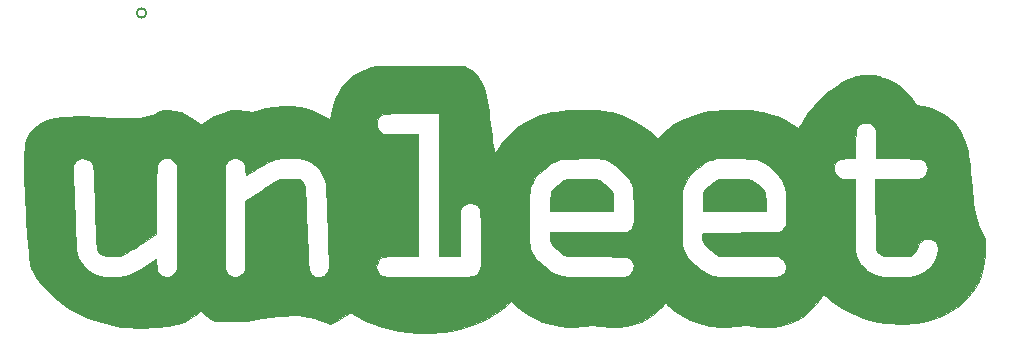
<source format=gbr>
G04 #@! TF.FileFunction,Legend,Top*
%FSLAX46Y46*%
G04 Gerber Fmt 4.6, Leading zero omitted, Abs format (unit mm)*
G04 Created by KiCad (PCBNEW 4.0.7) date 07/12/18 16:26:43*
%MOMM*%
%LPD*%
G01*
G04 APERTURE LIST*
%ADD10C,0.100000*%
%ADD11C,0.150000*%
%ADD12C,0.010000*%
G04 APERTURE END LIST*
D10*
D11*
X130520000Y-82720000D02*
G75*
G03X130520000Y-82720000I-400000J0D01*
G01*
D12*
G36*
X155415125Y-87169474D02*
X155827884Y-87170324D01*
X156178734Y-87171797D01*
X156473364Y-87174009D01*
X156717463Y-87177080D01*
X156916722Y-87181125D01*
X157076829Y-87186264D01*
X157203473Y-87192612D01*
X157302344Y-87200289D01*
X157379132Y-87209412D01*
X157439525Y-87220098D01*
X157489214Y-87232465D01*
X157533886Y-87246631D01*
X157537334Y-87247818D01*
X157915388Y-87422652D01*
X158257750Y-87671029D01*
X158559207Y-87987504D01*
X158814551Y-88366631D01*
X159014066Y-88791219D01*
X159116550Y-89082457D01*
X159207999Y-89399370D01*
X159290469Y-89752425D01*
X159366015Y-90152088D01*
X159436690Y-90608824D01*
X159504551Y-91133099D01*
X159547208Y-91506667D01*
X159615676Y-92094324D01*
X159688066Y-92643827D01*
X159762950Y-93146348D01*
X159838902Y-93593064D01*
X159914495Y-93975149D01*
X159988302Y-94283779D01*
X160007148Y-94351333D01*
X160059552Y-94532332D01*
X160286376Y-94194250D01*
X160761200Y-93559323D01*
X161289572Y-92988373D01*
X161868152Y-92483658D01*
X162493599Y-92047438D01*
X163162574Y-91681973D01*
X163871734Y-91389523D01*
X164617741Y-91172348D01*
X164818667Y-91128216D01*
X165247278Y-91053318D01*
X165729859Y-90991500D01*
X166248949Y-90943410D01*
X166787091Y-90909693D01*
X167326826Y-90890997D01*
X167850696Y-90887967D01*
X168341243Y-90901251D01*
X168781008Y-90931495D01*
X169094334Y-90969848D01*
X169929872Y-91133959D01*
X170708376Y-91358699D01*
X171433697Y-91645868D01*
X172109691Y-91997266D01*
X172740212Y-92414692D01*
X173329114Y-92899947D01*
X173431806Y-92995403D01*
X173821608Y-93364311D01*
X174135554Y-93045743D01*
X174661784Y-92570202D01*
X175248273Y-92147124D01*
X175884941Y-91781845D01*
X176561710Y-91479701D01*
X177268500Y-91246029D01*
X177753258Y-91130546D01*
X178210004Y-91051830D01*
X178717056Y-90987747D01*
X179256484Y-90938981D01*
X179810355Y-90906219D01*
X180360740Y-90890146D01*
X180889706Y-90891450D01*
X181379323Y-90910816D01*
X181811660Y-90948930D01*
X181963667Y-90969446D01*
X182735638Y-91115687D01*
X183464745Y-91312925D01*
X184143307Y-91558307D01*
X184763646Y-91848979D01*
X185318083Y-92182086D01*
X185422618Y-92255149D01*
X185562173Y-92353359D01*
X185672891Y-92427653D01*
X185739205Y-92467772D01*
X185751065Y-92471623D01*
X185774804Y-92432306D01*
X185832310Y-92334775D01*
X185914783Y-92194005D01*
X186007098Y-92035834D01*
X186497770Y-91274572D01*
X187051001Y-90565653D01*
X187661925Y-89914476D01*
X188325673Y-89326442D01*
X188719925Y-89025805D01*
X188981714Y-88852261D01*
X189292561Y-88670490D01*
X189630571Y-88491383D01*
X189973847Y-88325833D01*
X190300493Y-88184729D01*
X190588612Y-88078966D01*
X190677960Y-88051844D01*
X190843875Y-88006997D01*
X190981335Y-87977002D01*
X191113547Y-87959775D01*
X191263715Y-87953228D01*
X191455046Y-87955277D01*
X191672794Y-87962418D01*
X191973350Y-87977788D01*
X192216272Y-88001230D01*
X192428471Y-88036290D01*
X192636860Y-88086516D01*
X192657386Y-88092191D01*
X193237868Y-88295128D01*
X193794058Y-88569850D01*
X194314779Y-88908340D01*
X194788850Y-89302575D01*
X195205092Y-89744536D01*
X195484560Y-90120458D01*
X195619954Y-90312470D01*
X195730075Y-90442921D01*
X195809316Y-90505338D01*
X195821292Y-90509154D01*
X195900346Y-90525665D01*
X196039455Y-90555508D01*
X196215991Y-90593809D01*
X196335834Y-90619998D01*
X196993286Y-90797165D01*
X197584914Y-91026897D01*
X198112511Y-91310808D01*
X198577875Y-91650514D01*
X198982801Y-92047630D01*
X199329084Y-92503771D01*
X199618521Y-93020553D01*
X199852907Y-93599591D01*
X199933744Y-93856167D01*
X200005790Y-94128345D01*
X200072060Y-94433502D01*
X200133717Y-94779792D01*
X200191923Y-95175366D01*
X200247842Y-95628377D01*
X200302637Y-96146976D01*
X200357471Y-96739315D01*
X200376241Y-96957909D01*
X200420161Y-97467731D01*
X200459872Y-97903647D01*
X200496640Y-98276242D01*
X200531729Y-98596099D01*
X200566404Y-98873801D01*
X200601931Y-99119933D01*
X200639574Y-99345079D01*
X200680598Y-99559822D01*
X200696364Y-99636268D01*
X200854960Y-100261382D01*
X201057200Y-100840538D01*
X201297949Y-101359699D01*
X201381685Y-101509842D01*
X201574304Y-101839851D01*
X201551981Y-102737509D01*
X201528260Y-103275309D01*
X201482984Y-103748756D01*
X201411995Y-104176356D01*
X201311137Y-104576614D01*
X201176253Y-104968037D01*
X201003186Y-105369131D01*
X200924129Y-105532809D01*
X200669682Y-105998669D01*
X200390357Y-106410594D01*
X200064127Y-106799267D01*
X199870347Y-107000667D01*
X199331038Y-107479845D01*
X198735445Y-107896200D01*
X198084478Y-108249337D01*
X197379048Y-108538862D01*
X196620064Y-108764379D01*
X195808438Y-108925493D01*
X195277500Y-108993040D01*
X194941319Y-109016013D01*
X194548889Y-109024628D01*
X194127268Y-109019630D01*
X193703517Y-109001761D01*
X193304694Y-108971766D01*
X192957859Y-108930387D01*
X192949167Y-108929073D01*
X192070408Y-108759271D01*
X191233543Y-108524567D01*
X190442807Y-108226863D01*
X189702433Y-107868060D01*
X189016657Y-107450059D01*
X188389712Y-106974762D01*
X188173864Y-106785092D01*
X188037423Y-106662824D01*
X187925562Y-106567336D01*
X187851704Y-106509791D01*
X187829125Y-106498414D01*
X187801171Y-106537809D01*
X187736524Y-106632695D01*
X187645362Y-106768054D01*
X187556762Y-106900504D01*
X187139602Y-107458276D01*
X186681207Y-107942195D01*
X186180762Y-108352800D01*
X185637455Y-108690634D01*
X185050471Y-108956236D01*
X184418999Y-109150147D01*
X184059167Y-109225249D01*
X183682104Y-109273507D01*
X183250309Y-109297957D01*
X182790239Y-109298805D01*
X182328353Y-109276259D01*
X181891107Y-109230524D01*
X181737097Y-109207137D01*
X181511682Y-109170307D01*
X181346291Y-109147491D01*
X181217526Y-109138252D01*
X181101986Y-109142155D01*
X180976272Y-109158763D01*
X180816984Y-109187640D01*
X180805763Y-109189769D01*
X180641553Y-109216521D01*
X180460136Y-109236337D01*
X180246800Y-109250005D01*
X179986833Y-109258308D01*
X179665525Y-109262032D01*
X179444834Y-109262403D01*
X179113788Y-109261129D01*
X178851418Y-109257281D01*
X178641748Y-109249777D01*
X178468800Y-109237539D01*
X178316597Y-109219487D01*
X178169163Y-109194543D01*
X178036258Y-109167244D01*
X177290253Y-108969398D01*
X176598088Y-108709623D01*
X175952353Y-108384447D01*
X175345637Y-107990395D01*
X175063334Y-107773531D01*
X174908184Y-107644834D01*
X174763707Y-107519345D01*
X174652931Y-107417278D01*
X174621497Y-107385732D01*
X174523340Y-107299166D01*
X174441364Y-107256199D01*
X174392605Y-107263895D01*
X174386000Y-107288084D01*
X174356767Y-107342202D01*
X174277400Y-107440440D01*
X174160396Y-107569947D01*
X174018254Y-107717873D01*
X173863471Y-107871367D01*
X173708545Y-108017578D01*
X173565974Y-108143655D01*
X173505986Y-108192940D01*
X172978638Y-108558492D01*
X172407574Y-108853034D01*
X171796253Y-109075865D01*
X171148133Y-109226285D01*
X170466670Y-109303590D01*
X169755322Y-109307081D01*
X169017548Y-109236054D01*
X168659799Y-109176190D01*
X168487143Y-109146502D01*
X168350202Y-109134144D01*
X168215488Y-109139404D01*
X168049511Y-109162568D01*
X167936332Y-109182399D01*
X167633107Y-109224799D01*
X167272653Y-109255362D01*
X166879607Y-109273632D01*
X166478607Y-109279155D01*
X166094291Y-109271476D01*
X165751297Y-109250141D01*
X165546641Y-109226495D01*
X164786489Y-109077484D01*
X164073467Y-108859744D01*
X163401385Y-108570310D01*
X162764049Y-108206219D01*
X162155269Y-107764507D01*
X161738762Y-107403803D01*
X161431691Y-107119453D01*
X161194557Y-107336181D01*
X160584855Y-107838197D01*
X159911594Y-108290018D01*
X159181381Y-108688834D01*
X158400822Y-109031833D01*
X157576525Y-109316204D01*
X156715097Y-109539136D01*
X155823144Y-109697818D01*
X155567352Y-109730525D01*
X155271769Y-109756791D01*
X154914409Y-109775327D01*
X154516433Y-109786149D01*
X154099003Y-109789276D01*
X153683281Y-109784724D01*
X153290429Y-109772511D01*
X152941608Y-109752655D01*
X152681800Y-109728142D01*
X151964262Y-109618056D01*
X151229693Y-109462204D01*
X150508235Y-109268074D01*
X149830029Y-109043157D01*
X149648966Y-108974502D01*
X149307905Y-108835275D01*
X148969871Y-108686515D01*
X148652044Y-108536477D01*
X148371606Y-108393416D01*
X148145737Y-108265587D01*
X148060996Y-108211557D01*
X147937572Y-108132595D01*
X147839588Y-108077471D01*
X147791921Y-108059000D01*
X147735761Y-108083428D01*
X147642429Y-108145274D01*
X147593110Y-108182745D01*
X147416579Y-108310915D01*
X147188948Y-108459507D01*
X146935818Y-108613100D01*
X146682796Y-108756274D01*
X146455484Y-108873608D01*
X146411444Y-108894434D01*
X146101721Y-109037824D01*
X145628277Y-108847640D01*
X145173530Y-108678250D01*
X144728708Y-108541738D01*
X144283811Y-108437573D01*
X143828838Y-108365225D01*
X143353790Y-108324161D01*
X142848664Y-108313851D01*
X142303461Y-108333763D01*
X141708181Y-108383366D01*
X141052822Y-108462128D01*
X140343778Y-108566914D01*
X139859163Y-108641976D01*
X139442120Y-108701998D01*
X139077179Y-108748460D01*
X138748874Y-108782839D01*
X138441734Y-108806617D01*
X138140293Y-108821270D01*
X137829081Y-108828280D01*
X137598334Y-108829431D01*
X137316622Y-108826707D01*
X137040199Y-108819519D01*
X136789381Y-108808724D01*
X136584484Y-108795179D01*
X136455391Y-108781235D01*
X136288763Y-108750731D01*
X136146917Y-108708082D01*
X136012159Y-108643427D01*
X135866793Y-108546907D01*
X135693124Y-108408661D01*
X135521006Y-108260597D01*
X135353585Y-108113890D01*
X135237141Y-108016197D01*
X135157765Y-107962142D01*
X135101550Y-107946345D01*
X135054588Y-107963430D01*
X135002971Y-108008018D01*
X134964372Y-108045363D01*
X134817608Y-108171515D01*
X134621230Y-108321509D01*
X134399745Y-108478271D01*
X134177664Y-108624727D01*
X133979496Y-108743803D01*
X133902948Y-108784769D01*
X133709581Y-108865178D01*
X133443901Y-108949578D01*
X133117976Y-109034998D01*
X132743872Y-109118466D01*
X132333657Y-109197012D01*
X132010334Y-109250782D01*
X131707267Y-109288256D01*
X131342174Y-109317663D01*
X130932480Y-109338891D01*
X130495610Y-109351828D01*
X130048991Y-109356361D01*
X129610048Y-109352378D01*
X129196209Y-109339767D01*
X128824898Y-109318414D01*
X128513542Y-109288209D01*
X128412000Y-109273986D01*
X127406501Y-109080246D01*
X126455948Y-108822197D01*
X125560059Y-108499706D01*
X124718554Y-108112639D01*
X123931152Y-107660864D01*
X123197571Y-107144245D01*
X122517531Y-106562650D01*
X122335356Y-106386834D01*
X121787216Y-105800526D01*
X121314831Y-105201112D01*
X120909301Y-104577108D01*
X120840962Y-104458171D01*
X120804175Y-104391293D01*
X120773148Y-104327210D01*
X120746615Y-104257284D01*
X120723313Y-104172878D01*
X120701976Y-104065353D01*
X120681342Y-103926074D01*
X120660144Y-103746403D01*
X120637119Y-103517701D01*
X120611003Y-103231332D01*
X120580531Y-102878658D01*
X120544439Y-102451042D01*
X120540781Y-102407500D01*
X120457439Y-101373786D01*
X120385023Y-100388222D01*
X120323619Y-99453923D01*
X120273312Y-98574009D01*
X120234187Y-97751596D01*
X120206332Y-96989803D01*
X120189830Y-96291746D01*
X120185996Y-95813560D01*
X124339016Y-95813560D01*
X124339549Y-96026318D01*
X124344066Y-96313594D01*
X124352608Y-96677019D01*
X124365212Y-97118226D01*
X124381918Y-97638845D01*
X124402766Y-98240509D01*
X124427794Y-98924850D01*
X124432051Y-99038442D01*
X124456465Y-99685804D01*
X124478148Y-100254283D01*
X124497412Y-100749605D01*
X124514570Y-101177498D01*
X124529934Y-101543689D01*
X124543816Y-101853907D01*
X124556529Y-102113879D01*
X124568386Y-102329333D01*
X124579698Y-102505996D01*
X124590778Y-102649597D01*
X124601938Y-102765861D01*
X124613492Y-102860519D01*
X124625751Y-102939296D01*
X124639028Y-103007921D01*
X124651612Y-103063667D01*
X124786546Y-103456096D01*
X124994725Y-103829978D01*
X125265048Y-104174111D01*
X125586414Y-104477293D01*
X125947719Y-104728321D01*
X126337863Y-104915994D01*
X126558201Y-104987476D01*
X126707948Y-105013910D01*
X126923741Y-105033682D01*
X127187226Y-105046806D01*
X127480045Y-105053302D01*
X127783843Y-105053185D01*
X128080264Y-105046474D01*
X128350953Y-105033184D01*
X128577552Y-105013333D01*
X128741707Y-104986938D01*
X128747962Y-104985443D01*
X128996937Y-104909530D01*
X129275165Y-104794923D01*
X129590274Y-104637683D01*
X129949889Y-104433874D01*
X130361637Y-104179559D01*
X130571000Y-104044299D01*
X131354167Y-103532352D01*
X131378792Y-103964759D01*
X131395730Y-104165798D01*
X131421033Y-104351153D01*
X131450592Y-104493980D01*
X131467737Y-104545995D01*
X131557017Y-104687486D01*
X131692757Y-104833521D01*
X131844751Y-104955057D01*
X131954292Y-105013836D01*
X132105116Y-105045272D01*
X132295320Y-105050961D01*
X132483985Y-105031990D01*
X132614943Y-104996305D01*
X132765514Y-104900840D01*
X132915120Y-104753286D01*
X133038652Y-104582703D01*
X133109506Y-104423883D01*
X133117831Y-104356292D01*
X133125056Y-104218462D01*
X133131192Y-104008884D01*
X133136252Y-103726051D01*
X133140245Y-103368455D01*
X133143185Y-102934588D01*
X133145081Y-102422941D01*
X133145946Y-101832006D01*
X133145792Y-101160277D01*
X133144628Y-100406243D01*
X133143784Y-100049982D01*
X137175000Y-100049982D01*
X137175000Y-104405017D01*
X137272663Y-104591592D01*
X137397591Y-104763562D01*
X137570708Y-104913663D01*
X137573781Y-104915750D01*
X137711900Y-104999005D01*
X137834370Y-105040249D01*
X137985900Y-105053006D01*
X138028553Y-105053334D01*
X138212520Y-105039794D01*
X138369225Y-105003934D01*
X138415352Y-104984882D01*
X138640423Y-104831904D01*
X138803535Y-104627413D01*
X138830120Y-104578770D01*
X138845837Y-104544996D01*
X138859371Y-104505299D01*
X138870887Y-104453463D01*
X138880549Y-104383276D01*
X138888521Y-104288522D01*
X138894968Y-104162989D01*
X138900054Y-104000461D01*
X138903944Y-103794726D01*
X138906801Y-103539570D01*
X138908791Y-103228777D01*
X138910078Y-102856135D01*
X138910827Y-102415430D01*
X138911200Y-101900447D01*
X138911323Y-101509603D01*
X138911980Y-98597500D01*
X140208593Y-97755031D01*
X140514746Y-97557560D01*
X140807178Y-97371681D01*
X141076242Y-97203320D01*
X141312292Y-97058407D01*
X141505683Y-96942868D01*
X141646768Y-96862632D01*
X141721353Y-96825380D01*
X141815925Y-96791480D01*
X141915428Y-96767509D01*
X142036704Y-96751818D01*
X142196592Y-96742759D01*
X142411930Y-96738682D01*
X142614834Y-96737905D01*
X142938538Y-96741878D01*
X143192468Y-96753874D01*
X143371206Y-96773544D01*
X143448124Y-96791500D01*
X143629727Y-96894136D01*
X143788424Y-97057225D01*
X143903740Y-97256587D01*
X143941547Y-97374220D01*
X143950551Y-97448609D01*
X143962275Y-97600728D01*
X143976377Y-97823693D01*
X143992515Y-98110624D01*
X144010348Y-98454637D01*
X144029533Y-98848850D01*
X144049728Y-99286381D01*
X144070592Y-99760349D01*
X144091782Y-100263870D01*
X144112956Y-100790064D01*
X144119087Y-100947000D01*
X144140082Y-101477008D01*
X144161051Y-101985250D01*
X144181666Y-102464976D01*
X144201598Y-102909435D01*
X144220518Y-103311875D01*
X144238098Y-103665548D01*
X144254008Y-103963702D01*
X144267920Y-104199585D01*
X144279506Y-104366449D01*
X144288437Y-104457542D01*
X144290611Y-104469325D01*
X144386532Y-104678652D01*
X144550039Y-104860360D01*
X144722571Y-104974910D01*
X144845792Y-105025551D01*
X144977659Y-105047888D01*
X145153105Y-105047335D01*
X145180526Y-105045888D01*
X145350763Y-105030384D01*
X145469488Y-105000121D01*
X145569762Y-104944380D01*
X145625958Y-104901467D01*
X145777891Y-104768558D01*
X145876511Y-104648316D01*
X145934146Y-104514859D01*
X145963125Y-104342304D01*
X145969986Y-104229163D01*
X150017949Y-104229163D01*
X150064651Y-104460978D01*
X150171508Y-104674555D01*
X150337741Y-104855173D01*
X150530804Y-104974383D01*
X150564137Y-104987877D01*
X150604551Y-104999704D01*
X150657517Y-105009977D01*
X150728510Y-105018804D01*
X150823004Y-105026297D01*
X150946471Y-105032567D01*
X151104385Y-105037722D01*
X151302219Y-105041875D01*
X151545447Y-105045135D01*
X151839543Y-105047613D01*
X152189979Y-105049420D01*
X152602230Y-105050666D01*
X153081768Y-105051462D01*
X153634067Y-105051917D01*
X154264600Y-105052143D01*
X154383500Y-105052168D01*
X155120024Y-105051856D01*
X155773719Y-105050612D01*
X156346416Y-105048415D01*
X156839949Y-105045243D01*
X157256149Y-105041074D01*
X157596849Y-105035887D01*
X157863882Y-105029658D01*
X158059079Y-105022368D01*
X158184273Y-105013993D01*
X158235834Y-105006342D01*
X158427629Y-104914163D01*
X158600433Y-104759256D01*
X158734615Y-104563553D01*
X158806590Y-104368581D01*
X158818335Y-104282311D01*
X158827906Y-104138979D01*
X158835353Y-103934727D01*
X158840731Y-103665696D01*
X158844091Y-103328030D01*
X158845487Y-102917868D01*
X158844972Y-102431354D01*
X158842597Y-101864629D01*
X158842084Y-101772500D01*
X158839238Y-101250692D01*
X158836608Y-100806566D01*
X158833378Y-100433141D01*
X158828729Y-100123440D01*
X158821847Y-99870482D01*
X158817509Y-99781739D01*
X162955986Y-99781739D01*
X162956000Y-100040058D01*
X162956109Y-100535546D01*
X162956614Y-100953972D01*
X162957783Y-101302940D01*
X162959883Y-101590053D01*
X162963181Y-101822917D01*
X162967945Y-102009135D01*
X162974443Y-102156311D01*
X162982941Y-102272050D01*
X162993708Y-102363956D01*
X163007010Y-102439632D01*
X163023115Y-102506683D01*
X163042292Y-102572714D01*
X163045436Y-102582958D01*
X163128039Y-102827816D01*
X163218663Y-103039770D01*
X163327387Y-103232652D01*
X163464289Y-103420293D01*
X163639447Y-103616524D01*
X163862939Y-103835176D01*
X164141334Y-104086982D01*
X164444407Y-104345235D01*
X164709346Y-104547942D01*
X164952090Y-104704704D01*
X165188578Y-104825124D01*
X165434749Y-104918805D01*
X165606514Y-104969640D01*
X165671681Y-104985856D01*
X165742197Y-104999705D01*
X165824992Y-105011380D01*
X165926998Y-105021074D01*
X166055146Y-105028981D01*
X166216366Y-105035294D01*
X166417589Y-105040206D01*
X166665747Y-105043910D01*
X166967769Y-105046600D01*
X167330588Y-105048469D01*
X167761133Y-105049710D01*
X168266336Y-105050517D01*
X168516436Y-105050786D01*
X169059107Y-105051123D01*
X169523546Y-105050894D01*
X169916187Y-105049949D01*
X170243463Y-105048135D01*
X170511809Y-105045299D01*
X170727658Y-105041290D01*
X170897443Y-105035956D01*
X171027599Y-105029144D01*
X171124560Y-105020702D01*
X171194758Y-105010478D01*
X171244628Y-104998319D01*
X171277691Y-104985482D01*
X171450259Y-104868780D01*
X171607863Y-104701605D01*
X171724877Y-104514195D01*
X171762727Y-104413159D01*
X171790235Y-104157032D01*
X171739585Y-103908370D01*
X171616975Y-103681882D01*
X171428603Y-103492277D01*
X171352631Y-103440038D01*
X171189834Y-103338834D01*
X168671000Y-103317667D01*
X166152167Y-103296500D01*
X165919334Y-103180614D01*
X165750653Y-103080938D01*
X165557128Y-102941843D01*
X165355842Y-102778410D01*
X165163879Y-102605722D01*
X164998324Y-102438863D01*
X164876260Y-102292915D01*
X164829250Y-102218236D01*
X164779130Y-102100812D01*
X164749764Y-101975608D01*
X164736394Y-101814623D01*
X164734000Y-101657697D01*
X164734000Y-101285667D01*
X167931853Y-101285667D01*
X168528866Y-101285600D01*
X169047124Y-101285304D01*
X169492538Y-101284633D01*
X169871022Y-101283443D01*
X170188485Y-101281589D01*
X170450842Y-101278927D01*
X170664002Y-101275312D01*
X170833878Y-101270600D01*
X170966381Y-101264645D01*
X171067424Y-101257304D01*
X171142918Y-101248431D01*
X171198774Y-101237882D01*
X171240906Y-101225512D01*
X171275224Y-101211177D01*
X171290778Y-101203494D01*
X171488122Y-101065088D01*
X171650203Y-100879441D01*
X171754321Y-100673470D01*
X171763388Y-100643039D01*
X171778503Y-100545141D01*
X171789338Y-100377655D01*
X171795951Y-100137413D01*
X171798404Y-99821244D01*
X171796756Y-99425979D01*
X171793013Y-99086733D01*
X171786787Y-98671371D01*
X171779300Y-98329843D01*
X171769159Y-98051317D01*
X171754968Y-97824961D01*
X171747102Y-97750834D01*
X175846500Y-97750834D01*
X175846500Y-102322834D01*
X175966034Y-102661094D01*
X176047243Y-102876411D01*
X176132331Y-103064318D01*
X176230321Y-103236221D01*
X176350231Y-103403528D01*
X176501082Y-103577648D01*
X176691895Y-103769988D01*
X176931690Y-103991955D01*
X177219362Y-104246133D01*
X177519791Y-104490616D01*
X177800191Y-104677836D01*
X178085624Y-104822191D01*
X178401153Y-104938078D01*
X178450000Y-104953105D01*
X178516160Y-104972617D01*
X178579845Y-104989285D01*
X178648005Y-105003339D01*
X178727588Y-105015010D01*
X178825544Y-105024527D01*
X178948822Y-105032121D01*
X179104372Y-105038023D01*
X179299143Y-105042463D01*
X179540084Y-105045672D01*
X179834145Y-105047879D01*
X180188275Y-105049315D01*
X180609423Y-105050211D01*
X181104539Y-105050797D01*
X181404852Y-105051065D01*
X181948891Y-105051351D01*
X182414667Y-105051099D01*
X182808583Y-105050157D01*
X183137043Y-105048372D01*
X183406449Y-105045592D01*
X183623204Y-105041662D01*
X183793712Y-105036431D01*
X183924375Y-105029746D01*
X184021597Y-105021453D01*
X184091780Y-105011401D01*
X184141328Y-104999436D01*
X184176643Y-104985405D01*
X184177686Y-104984882D01*
X184408524Y-104827904D01*
X184567375Y-104626398D01*
X184654512Y-104379913D01*
X184673000Y-104174308D01*
X184636482Y-103911064D01*
X184526994Y-103690748D01*
X184344635Y-103513516D01*
X184203896Y-103429716D01*
X183979043Y-103317667D01*
X181584938Y-103317431D01*
X181035690Y-103316589D01*
X180544165Y-103314223D01*
X180114328Y-103310399D01*
X179750145Y-103305186D01*
X179455583Y-103298651D01*
X179234607Y-103290862D01*
X179091182Y-103281886D01*
X179035228Y-103273976D01*
X178854587Y-103198285D01*
X178635265Y-103064490D01*
X178390099Y-102881675D01*
X178131928Y-102658924D01*
X178030210Y-102562918D01*
X177880108Y-102414919D01*
X177779837Y-102305332D01*
X177716711Y-102215473D01*
X177678042Y-102126658D01*
X177651143Y-102020202D01*
X177646629Y-101998007D01*
X177620895Y-101813128D01*
X177609985Y-101616398D01*
X177611592Y-101532340D01*
X177624500Y-101306834D01*
X184115424Y-101264500D01*
X184298962Y-101135620D01*
X184432507Y-101018135D01*
X184552876Y-100873912D01*
X184588334Y-100818120D01*
X184694167Y-100629500D01*
X184693283Y-99253667D01*
X184692425Y-98858315D01*
X184690088Y-98536852D01*
X184685787Y-98278506D01*
X184679038Y-98072506D01*
X184669355Y-97908081D01*
X184656255Y-97774457D01*
X184639253Y-97660864D01*
X184617863Y-97556530D01*
X184616707Y-97551522D01*
X184547635Y-97293271D01*
X184464101Y-97071298D01*
X184355220Y-96868054D01*
X184210104Y-96665991D01*
X184017867Y-96447561D01*
X183787010Y-96214111D01*
X183481065Y-95922712D01*
X183391775Y-95843562D01*
X188737236Y-95843562D01*
X188777122Y-96106846D01*
X188888397Y-96346290D01*
X189059959Y-96544389D01*
X189265804Y-96677049D01*
X189360126Y-96711543D01*
X189475177Y-96734566D01*
X189629148Y-96748118D01*
X189840230Y-96754201D01*
X189975250Y-96755070D01*
X190515000Y-96756000D01*
X190515735Y-99729917D01*
X190515966Y-100337449D01*
X190516651Y-100866792D01*
X190518259Y-101324421D01*
X190521259Y-101716814D01*
X190526120Y-102050446D01*
X190533313Y-102331795D01*
X190543305Y-102567337D01*
X190556567Y-102763549D01*
X190573567Y-102926908D01*
X190594776Y-103063889D01*
X190620661Y-103180971D01*
X190651693Y-103284629D01*
X190688340Y-103381340D01*
X190731072Y-103477580D01*
X190780358Y-103579827D01*
X190797145Y-103613968D01*
X190997479Y-103939313D01*
X191262348Y-104246489D01*
X191574398Y-104521427D01*
X191916274Y-104750054D01*
X192270623Y-104918300D01*
X192489636Y-104986278D01*
X192621340Y-105006785D01*
X192822812Y-105023670D01*
X193080121Y-105036921D01*
X193379341Y-105046526D01*
X193706543Y-105052474D01*
X194047798Y-105054753D01*
X194389179Y-105053352D01*
X194716757Y-105048257D01*
X195016603Y-105039459D01*
X195274791Y-105026944D01*
X195477390Y-105010701D01*
X195610474Y-104990719D01*
X195617856Y-104988918D01*
X196012529Y-104846864D01*
X196392273Y-104630624D01*
X196743036Y-104350678D01*
X197050762Y-104017503D01*
X197200953Y-103808666D01*
X197384229Y-103479076D01*
X197503175Y-103158017D01*
X197558977Y-102853217D01*
X197552819Y-102572408D01*
X197485886Y-102323320D01*
X197359363Y-102113683D01*
X197174435Y-101951227D01*
X196932286Y-101843683D01*
X196898384Y-101834569D01*
X196636649Y-101808636D01*
X196392187Y-101861427D01*
X196174530Y-101987352D01*
X195993213Y-102180824D01*
X195857771Y-102436252D01*
X195853722Y-102446931D01*
X195732109Y-102738654D01*
X195609793Y-102957048D01*
X195477872Y-103113049D01*
X195327441Y-103217598D01*
X195180936Y-103273471D01*
X195092968Y-103286178D01*
X194933767Y-103297373D01*
X194716756Y-103306557D01*
X194455363Y-103313228D01*
X194163013Y-103316885D01*
X194001751Y-103317431D01*
X192980002Y-103317667D01*
X192753571Y-103199378D01*
X192565388Y-103075171D01*
X192425345Y-102914718D01*
X192399487Y-102874662D01*
X192271834Y-102668234D01*
X192246908Y-96756000D01*
X194122037Y-96755070D01*
X194572597Y-96754639D01*
X194946505Y-96753625D01*
X195251778Y-96751717D01*
X195496431Y-96748605D01*
X195688479Y-96743977D01*
X195835936Y-96737522D01*
X195946819Y-96728930D01*
X196029143Y-96717888D01*
X196090923Y-96704087D01*
X196140174Y-96687216D01*
X196166500Y-96675742D01*
X196387039Y-96531339D01*
X196556360Y-96334106D01*
X196662932Y-96101453D01*
X196695667Y-95876672D01*
X196661052Y-95675745D01*
X196568402Y-95466001D01*
X196434509Y-95278234D01*
X196306350Y-95162703D01*
X196131504Y-95041500D01*
X194214078Y-95029678D01*
X192296653Y-95017855D01*
X192284243Y-93798817D01*
X192271834Y-92579778D01*
X192155055Y-92403417D01*
X191974464Y-92191529D01*
X191762610Y-92057301D01*
X191514447Y-91997887D01*
X191429338Y-91994215D01*
X191156910Y-92025633D01*
X190932475Y-92124314D01*
X190747585Y-92294410D01*
X190705500Y-92350064D01*
X190578500Y-92529754D01*
X190557334Y-93764460D01*
X190536167Y-94999167D01*
X189919041Y-95020334D01*
X189675483Y-95029568D01*
X189499860Y-95039757D01*
X189375463Y-95053754D01*
X189285581Y-95074416D01*
X189213505Y-95104597D01*
X189142524Y-95147152D01*
X189130494Y-95155074D01*
X188993022Y-95280663D01*
X188870345Y-95452988D01*
X188779660Y-95641944D01*
X188738162Y-95817425D01*
X188737236Y-95843562D01*
X183391775Y-95843562D01*
X183216612Y-95688291D01*
X182981969Y-95501942D01*
X182765451Y-95354758D01*
X182555373Y-95237835D01*
X182429334Y-95179271D01*
X182111834Y-95041500D01*
X180420374Y-95028643D01*
X178728915Y-95015786D01*
X178388374Y-95122170D01*
X178195311Y-95191193D01*
X178002986Y-95274241D01*
X177849856Y-95354546D01*
X177836939Y-95362567D01*
X177665985Y-95478784D01*
X177461177Y-95629701D01*
X177239703Y-95801422D01*
X177018747Y-95980054D01*
X176815495Y-96151702D01*
X176647134Y-96302474D01*
X176530848Y-96418474D01*
X176530779Y-96418550D01*
X176357794Y-96645370D01*
X176187234Y-96932193D01*
X176032369Y-97255055D01*
X175945410Y-97475667D01*
X175846500Y-97750834D01*
X171747102Y-97750834D01*
X171735333Y-97639942D01*
X171708859Y-97485428D01*
X171674152Y-97350587D01*
X171629816Y-97224586D01*
X171574457Y-97096592D01*
X171522880Y-96988719D01*
X171455226Y-96859673D01*
X171380713Y-96740859D01*
X171289309Y-96620800D01*
X171170987Y-96488018D01*
X171015717Y-96331034D01*
X170813469Y-96138370D01*
X170636152Y-95973899D01*
X170321164Y-95696143D01*
X170041169Y-95478143D01*
X169782045Y-95310689D01*
X169529671Y-95184572D01*
X169292209Y-95097415D01*
X169221520Y-95076955D01*
X169147954Y-95060356D01*
X169062506Y-95047302D01*
X168956168Y-95037477D01*
X168819936Y-95030566D01*
X168644803Y-95026255D01*
X168421762Y-95024227D01*
X168141808Y-95024168D01*
X167795935Y-95025762D01*
X167375137Y-95028694D01*
X167337500Y-95028980D01*
X166914139Y-95032323D01*
X166566532Y-95035605D01*
X166285767Y-95039348D01*
X166062933Y-95044076D01*
X165889119Y-95050312D01*
X165755414Y-95058579D01*
X165652907Y-95069400D01*
X165572686Y-95083297D01*
X165505840Y-95100795D01*
X165443459Y-95122416D01*
X165390167Y-95143277D01*
X165210881Y-95222174D01*
X165030385Y-95318538D01*
X164835042Y-95441216D01*
X164611218Y-95599056D01*
X164345277Y-95800907D01*
X164195544Y-95918495D01*
X163920277Y-96145044D01*
X163704362Y-96345131D01*
X163533905Y-96534765D01*
X163395013Y-96729952D01*
X163273792Y-96946703D01*
X163236105Y-97023990D01*
X163176913Y-97148909D01*
X163126704Y-97259201D01*
X163084738Y-97362821D01*
X163050277Y-97467721D01*
X163022583Y-97581854D01*
X163000917Y-97713175D01*
X162984540Y-97869636D01*
X162972713Y-98059191D01*
X162964698Y-98289793D01*
X162959757Y-98569395D01*
X162957150Y-98905951D01*
X162956139Y-99307415D01*
X162955986Y-99781739D01*
X158817509Y-99781739D01*
X158811913Y-99667290D01*
X158798112Y-99506883D01*
X158779626Y-99382283D01*
X158755639Y-99286510D01*
X158725334Y-99212587D01*
X158687895Y-99153532D01*
X158642504Y-99102368D01*
X158588345Y-99052115D01*
X158524601Y-98995794D01*
X158516267Y-98988294D01*
X158308377Y-98853189D01*
X158075265Y-98788778D01*
X157833502Y-98792120D01*
X157599660Y-98860279D01*
X157390310Y-98990315D01*
X157222024Y-99179289D01*
X157195552Y-99222499D01*
X157092834Y-99401834D01*
X157080650Y-101359750D01*
X157068466Y-103317667D01*
X155336000Y-103317667D01*
X155336000Y-91210334D01*
X153039417Y-91211263D01*
X152537626Y-91211614D01*
X152113374Y-91212381D01*
X151759535Y-91213793D01*
X151468982Y-91216080D01*
X151234587Y-91219469D01*
X151049224Y-91224192D01*
X150905765Y-91230477D01*
X150797084Y-91238553D01*
X150716054Y-91248649D01*
X150655547Y-91260996D01*
X150608437Y-91275822D01*
X150573500Y-91290592D01*
X150354007Y-91434190D01*
X150184949Y-91630217D01*
X150078070Y-91860976D01*
X150044747Y-92087390D01*
X150081011Y-92304377D01*
X150177492Y-92522602D01*
X150317320Y-92710572D01*
X150429537Y-92805692D01*
X150609493Y-92924834D01*
X152083747Y-92936980D01*
X153558000Y-92949126D01*
X153558000Y-103317667D01*
X152086917Y-103318363D01*
X151694955Y-103318688D01*
X151378399Y-103319612D01*
X151127988Y-103321675D01*
X150934459Y-103325419D01*
X150788554Y-103331384D01*
X150681010Y-103340109D01*
X150602566Y-103352136D01*
X150543961Y-103368004D01*
X150495934Y-103388254D01*
X150449225Y-103413426D01*
X150448261Y-103413972D01*
X150246557Y-103571515D01*
X150108123Y-103769709D01*
X150032180Y-103993832D01*
X150017949Y-104229163D01*
X145969986Y-104229163D01*
X145973460Y-104171884D01*
X145974707Y-104055712D01*
X145972720Y-103865216D01*
X145967799Y-103608772D01*
X145960243Y-103294751D01*
X145950352Y-102931529D01*
X145938428Y-102527478D01*
X145924770Y-102090972D01*
X145909678Y-101630386D01*
X145893453Y-101154092D01*
X145876394Y-100670464D01*
X145858803Y-100187877D01*
X145840978Y-99714703D01*
X145823222Y-99259316D01*
X145805832Y-98830090D01*
X145789111Y-98435399D01*
X145773358Y-98083616D01*
X145758873Y-97783115D01*
X145745956Y-97542270D01*
X145734908Y-97369454D01*
X145726163Y-97274019D01*
X145623153Y-96814628D01*
X145447677Y-96391134D01*
X145206238Y-96010282D01*
X144905334Y-95678817D01*
X144551466Y-95403485D01*
X144151136Y-95191031D01*
X143710843Y-95048201D01*
X143550321Y-95016212D01*
X143357643Y-94995497D01*
X143090228Y-94984701D01*
X142757450Y-94984058D01*
X142491988Y-94989734D01*
X142189144Y-95000813D01*
X141928168Y-95017499D01*
X141697066Y-95044056D01*
X141483842Y-95084749D01*
X141276499Y-95143841D01*
X141063042Y-95225598D01*
X140831475Y-95334283D01*
X140569803Y-95474160D01*
X140266030Y-95649494D01*
X139908160Y-95864549D01*
X139736167Y-95969374D01*
X138931834Y-96460757D01*
X138910667Y-96026295D01*
X138892275Y-95776790D01*
X138860296Y-95590848D01*
X138807397Y-95447595D01*
X138726245Y-95326158D01*
X138628696Y-95223663D01*
X138415760Y-95073698D01*
X138182421Y-94997676D01*
X137943050Y-94992348D01*
X137712024Y-95054461D01*
X137503714Y-95180766D01*
X137332495Y-95368011D01*
X137240746Y-95537557D01*
X137230016Y-95570597D01*
X137220501Y-95618570D01*
X137212128Y-95686348D01*
X137204829Y-95778803D01*
X137198531Y-95900807D01*
X137193163Y-96057231D01*
X137188654Y-96252947D01*
X137184934Y-96492826D01*
X137181932Y-96781739D01*
X137179576Y-97124560D01*
X137177796Y-97526159D01*
X137176520Y-97991407D01*
X137175678Y-98525177D01*
X137175198Y-99132340D01*
X137175010Y-99817768D01*
X137175000Y-100049982D01*
X133143784Y-100049982D01*
X133143534Y-99944734D01*
X133132167Y-95634167D01*
X133018427Y-95440696D01*
X132912282Y-95297394D01*
X132778924Y-95164327D01*
X132726755Y-95123918D01*
X132520110Y-95028378D01*
X132281330Y-94993857D01*
X132038165Y-95021518D01*
X131862167Y-95087604D01*
X131684552Y-95220763D01*
X131533687Y-95408712D01*
X131432011Y-95621687D01*
X131415902Y-95679620D01*
X131409251Y-95749945D01*
X131402932Y-95897396D01*
X131397047Y-96114432D01*
X131391695Y-96393513D01*
X131386978Y-96727100D01*
X131382997Y-97107651D01*
X131379852Y-97527626D01*
X131377643Y-97979484D01*
X131376473Y-98455687D01*
X131376322Y-98639834D01*
X131375292Y-101433834D01*
X130308507Y-102111167D01*
X130013753Y-102298192D01*
X129719425Y-102484720D01*
X129439551Y-102661880D01*
X129188156Y-102820798D01*
X128979267Y-102952602D01*
X128826912Y-103048419D01*
X128819470Y-103053084D01*
X128397216Y-103317667D01*
X127907191Y-103316816D01*
X127498962Y-103306492D01*
X127165664Y-103274845D01*
X126899490Y-103218525D01*
X126692637Y-103134183D01*
X126537296Y-103018471D01*
X126425664Y-102868038D01*
X126349933Y-102679535D01*
X126340342Y-102644523D01*
X126332549Y-102578260D01*
X126322391Y-102434338D01*
X126310175Y-102219720D01*
X126296212Y-101941370D01*
X126280809Y-101606254D01*
X126264275Y-101221336D01*
X126246920Y-100793580D01*
X126229051Y-100329950D01*
X126210978Y-99837411D01*
X126193010Y-99322928D01*
X126192814Y-99317167D01*
X126171171Y-98681770D01*
X126152077Y-98125392D01*
X126135194Y-97642437D01*
X126120182Y-97227306D01*
X126106703Y-96874402D01*
X126094417Y-96578126D01*
X126082986Y-96332882D01*
X126072070Y-96133071D01*
X126061331Y-95973096D01*
X126050429Y-95847360D01*
X126039026Y-95750264D01*
X126026781Y-95676210D01*
X126013357Y-95619602D01*
X125998415Y-95574841D01*
X125981614Y-95536330D01*
X125962617Y-95498471D01*
X125961381Y-95496063D01*
X125808328Y-95283404D01*
X125605656Y-95128200D01*
X125369897Y-95036604D01*
X125117583Y-95014771D01*
X124865246Y-95068855D01*
X124840434Y-95078765D01*
X124686429Y-95172055D01*
X124536002Y-95310690D01*
X124414453Y-95467533D01*
X124349748Y-95605069D01*
X124342429Y-95673687D01*
X124339016Y-95813560D01*
X120185996Y-95813560D01*
X120184768Y-95660543D01*
X120191231Y-95099312D01*
X120209306Y-94611170D01*
X120239077Y-94199235D01*
X120280630Y-93866624D01*
X120302870Y-93745233D01*
X120433659Y-93314446D01*
X120637887Y-92922159D01*
X120911872Y-92571927D01*
X121251934Y-92267302D01*
X121654393Y-92011841D01*
X122115567Y-91809098D01*
X122400667Y-91719208D01*
X122859246Y-91616504D01*
X123392620Y-91538929D01*
X123994647Y-91486761D01*
X124659182Y-91460277D01*
X125380085Y-91459754D01*
X126151213Y-91485470D01*
X126761000Y-91522299D01*
X127462344Y-91568105D01*
X128087751Y-91599140D01*
X128644761Y-91614764D01*
X129140915Y-91614337D01*
X129583756Y-91597219D01*
X129980823Y-91562771D01*
X130339659Y-91510352D01*
X130667804Y-91439323D01*
X130972800Y-91349043D01*
X131262187Y-91238874D01*
X131523500Y-91118215D01*
X131723794Y-91026272D01*
X131905492Y-90965003D01*
X132089323Y-90932104D01*
X132296019Y-90925272D01*
X132546310Y-90942204D01*
X132816337Y-90974564D01*
X133078824Y-91013911D01*
X133283270Y-91056175D01*
X133456208Y-91108229D01*
X133624172Y-91176947D01*
X133658131Y-91192651D01*
X134090654Y-91416370D01*
X134485695Y-91668238D01*
X134819020Y-91920732D01*
X134970615Y-92041586D01*
X135072275Y-92115711D01*
X135139286Y-92150365D01*
X135186931Y-92152808D01*
X135230498Y-92130298D01*
X135242353Y-92121763D01*
X135770023Y-91760911D01*
X136287642Y-91461503D01*
X136789393Y-91225791D01*
X137269463Y-91056026D01*
X137722035Y-90954460D01*
X138141295Y-90923343D01*
X138313790Y-90932558D01*
X138482094Y-90953646D01*
X138697317Y-90987306D01*
X138923722Y-91027757D01*
X139023357Y-91047373D01*
X139453547Y-91135132D01*
X139848857Y-91005256D01*
X140620774Y-90786038D01*
X141366833Y-90645307D01*
X142092769Y-90583000D01*
X142804321Y-90599056D01*
X143507225Y-90693412D01*
X144207218Y-90866004D01*
X144481053Y-90954641D01*
X144805152Y-91079134D01*
X145156291Y-91235289D01*
X145500236Y-91406790D01*
X145802751Y-91577324D01*
X145852763Y-91608297D01*
X145972260Y-91681941D01*
X146058567Y-91731901D01*
X146092134Y-91747126D01*
X146101510Y-91704985D01*
X146121870Y-91595683D01*
X146150258Y-91435568D01*
X146183720Y-91240991D01*
X146185330Y-91231500D01*
X146331141Y-90587692D01*
X146541463Y-89985088D01*
X146812611Y-89428393D01*
X147140901Y-88922308D01*
X147522647Y-88471536D01*
X147954165Y-88080781D01*
X148431769Y-87754745D01*
X148951775Y-87498131D01*
X149176500Y-87414036D01*
X149298470Y-87372712D01*
X149410915Y-87336374D01*
X149519894Y-87304698D01*
X149631465Y-87277360D01*
X149751687Y-87254037D01*
X149886617Y-87234403D01*
X150042314Y-87218134D01*
X150224838Y-87204908D01*
X150440245Y-87194399D01*
X150694595Y-87186284D01*
X150993945Y-87180239D01*
X151344355Y-87175938D01*
X151751882Y-87173060D01*
X152222585Y-87171279D01*
X152762523Y-87170271D01*
X153377753Y-87169712D01*
X153748500Y-87169480D01*
X154381123Y-87169169D01*
X154934768Y-87169128D01*
X155415125Y-87169474D01*
X155415125Y-87169474D01*
G37*
X155415125Y-87169474D02*
X155827884Y-87170324D01*
X156178734Y-87171797D01*
X156473364Y-87174009D01*
X156717463Y-87177080D01*
X156916722Y-87181125D01*
X157076829Y-87186264D01*
X157203473Y-87192612D01*
X157302344Y-87200289D01*
X157379132Y-87209412D01*
X157439525Y-87220098D01*
X157489214Y-87232465D01*
X157533886Y-87246631D01*
X157537334Y-87247818D01*
X157915388Y-87422652D01*
X158257750Y-87671029D01*
X158559207Y-87987504D01*
X158814551Y-88366631D01*
X159014066Y-88791219D01*
X159116550Y-89082457D01*
X159207999Y-89399370D01*
X159290469Y-89752425D01*
X159366015Y-90152088D01*
X159436690Y-90608824D01*
X159504551Y-91133099D01*
X159547208Y-91506667D01*
X159615676Y-92094324D01*
X159688066Y-92643827D01*
X159762950Y-93146348D01*
X159838902Y-93593064D01*
X159914495Y-93975149D01*
X159988302Y-94283779D01*
X160007148Y-94351333D01*
X160059552Y-94532332D01*
X160286376Y-94194250D01*
X160761200Y-93559323D01*
X161289572Y-92988373D01*
X161868152Y-92483658D01*
X162493599Y-92047438D01*
X163162574Y-91681973D01*
X163871734Y-91389523D01*
X164617741Y-91172348D01*
X164818667Y-91128216D01*
X165247278Y-91053318D01*
X165729859Y-90991500D01*
X166248949Y-90943410D01*
X166787091Y-90909693D01*
X167326826Y-90890997D01*
X167850696Y-90887967D01*
X168341243Y-90901251D01*
X168781008Y-90931495D01*
X169094334Y-90969848D01*
X169929872Y-91133959D01*
X170708376Y-91358699D01*
X171433697Y-91645868D01*
X172109691Y-91997266D01*
X172740212Y-92414692D01*
X173329114Y-92899947D01*
X173431806Y-92995403D01*
X173821608Y-93364311D01*
X174135554Y-93045743D01*
X174661784Y-92570202D01*
X175248273Y-92147124D01*
X175884941Y-91781845D01*
X176561710Y-91479701D01*
X177268500Y-91246029D01*
X177753258Y-91130546D01*
X178210004Y-91051830D01*
X178717056Y-90987747D01*
X179256484Y-90938981D01*
X179810355Y-90906219D01*
X180360740Y-90890146D01*
X180889706Y-90891450D01*
X181379323Y-90910816D01*
X181811660Y-90948930D01*
X181963667Y-90969446D01*
X182735638Y-91115687D01*
X183464745Y-91312925D01*
X184143307Y-91558307D01*
X184763646Y-91848979D01*
X185318083Y-92182086D01*
X185422618Y-92255149D01*
X185562173Y-92353359D01*
X185672891Y-92427653D01*
X185739205Y-92467772D01*
X185751065Y-92471623D01*
X185774804Y-92432306D01*
X185832310Y-92334775D01*
X185914783Y-92194005D01*
X186007098Y-92035834D01*
X186497770Y-91274572D01*
X187051001Y-90565653D01*
X187661925Y-89914476D01*
X188325673Y-89326442D01*
X188719925Y-89025805D01*
X188981714Y-88852261D01*
X189292561Y-88670490D01*
X189630571Y-88491383D01*
X189973847Y-88325833D01*
X190300493Y-88184729D01*
X190588612Y-88078966D01*
X190677960Y-88051844D01*
X190843875Y-88006997D01*
X190981335Y-87977002D01*
X191113547Y-87959775D01*
X191263715Y-87953228D01*
X191455046Y-87955277D01*
X191672794Y-87962418D01*
X191973350Y-87977788D01*
X192216272Y-88001230D01*
X192428471Y-88036290D01*
X192636860Y-88086516D01*
X192657386Y-88092191D01*
X193237868Y-88295128D01*
X193794058Y-88569850D01*
X194314779Y-88908340D01*
X194788850Y-89302575D01*
X195205092Y-89744536D01*
X195484560Y-90120458D01*
X195619954Y-90312470D01*
X195730075Y-90442921D01*
X195809316Y-90505338D01*
X195821292Y-90509154D01*
X195900346Y-90525665D01*
X196039455Y-90555508D01*
X196215991Y-90593809D01*
X196335834Y-90619998D01*
X196993286Y-90797165D01*
X197584914Y-91026897D01*
X198112511Y-91310808D01*
X198577875Y-91650514D01*
X198982801Y-92047630D01*
X199329084Y-92503771D01*
X199618521Y-93020553D01*
X199852907Y-93599591D01*
X199933744Y-93856167D01*
X200005790Y-94128345D01*
X200072060Y-94433502D01*
X200133717Y-94779792D01*
X200191923Y-95175366D01*
X200247842Y-95628377D01*
X200302637Y-96146976D01*
X200357471Y-96739315D01*
X200376241Y-96957909D01*
X200420161Y-97467731D01*
X200459872Y-97903647D01*
X200496640Y-98276242D01*
X200531729Y-98596099D01*
X200566404Y-98873801D01*
X200601931Y-99119933D01*
X200639574Y-99345079D01*
X200680598Y-99559822D01*
X200696364Y-99636268D01*
X200854960Y-100261382D01*
X201057200Y-100840538D01*
X201297949Y-101359699D01*
X201381685Y-101509842D01*
X201574304Y-101839851D01*
X201551981Y-102737509D01*
X201528260Y-103275309D01*
X201482984Y-103748756D01*
X201411995Y-104176356D01*
X201311137Y-104576614D01*
X201176253Y-104968037D01*
X201003186Y-105369131D01*
X200924129Y-105532809D01*
X200669682Y-105998669D01*
X200390357Y-106410594D01*
X200064127Y-106799267D01*
X199870347Y-107000667D01*
X199331038Y-107479845D01*
X198735445Y-107896200D01*
X198084478Y-108249337D01*
X197379048Y-108538862D01*
X196620064Y-108764379D01*
X195808438Y-108925493D01*
X195277500Y-108993040D01*
X194941319Y-109016013D01*
X194548889Y-109024628D01*
X194127268Y-109019630D01*
X193703517Y-109001761D01*
X193304694Y-108971766D01*
X192957859Y-108930387D01*
X192949167Y-108929073D01*
X192070408Y-108759271D01*
X191233543Y-108524567D01*
X190442807Y-108226863D01*
X189702433Y-107868060D01*
X189016657Y-107450059D01*
X188389712Y-106974762D01*
X188173864Y-106785092D01*
X188037423Y-106662824D01*
X187925562Y-106567336D01*
X187851704Y-106509791D01*
X187829125Y-106498414D01*
X187801171Y-106537809D01*
X187736524Y-106632695D01*
X187645362Y-106768054D01*
X187556762Y-106900504D01*
X187139602Y-107458276D01*
X186681207Y-107942195D01*
X186180762Y-108352800D01*
X185637455Y-108690634D01*
X185050471Y-108956236D01*
X184418999Y-109150147D01*
X184059167Y-109225249D01*
X183682104Y-109273507D01*
X183250309Y-109297957D01*
X182790239Y-109298805D01*
X182328353Y-109276259D01*
X181891107Y-109230524D01*
X181737097Y-109207137D01*
X181511682Y-109170307D01*
X181346291Y-109147491D01*
X181217526Y-109138252D01*
X181101986Y-109142155D01*
X180976272Y-109158763D01*
X180816984Y-109187640D01*
X180805763Y-109189769D01*
X180641553Y-109216521D01*
X180460136Y-109236337D01*
X180246800Y-109250005D01*
X179986833Y-109258308D01*
X179665525Y-109262032D01*
X179444834Y-109262403D01*
X179113788Y-109261129D01*
X178851418Y-109257281D01*
X178641748Y-109249777D01*
X178468800Y-109237539D01*
X178316597Y-109219487D01*
X178169163Y-109194543D01*
X178036258Y-109167244D01*
X177290253Y-108969398D01*
X176598088Y-108709623D01*
X175952353Y-108384447D01*
X175345637Y-107990395D01*
X175063334Y-107773531D01*
X174908184Y-107644834D01*
X174763707Y-107519345D01*
X174652931Y-107417278D01*
X174621497Y-107385732D01*
X174523340Y-107299166D01*
X174441364Y-107256199D01*
X174392605Y-107263895D01*
X174386000Y-107288084D01*
X174356767Y-107342202D01*
X174277400Y-107440440D01*
X174160396Y-107569947D01*
X174018254Y-107717873D01*
X173863471Y-107871367D01*
X173708545Y-108017578D01*
X173565974Y-108143655D01*
X173505986Y-108192940D01*
X172978638Y-108558492D01*
X172407574Y-108853034D01*
X171796253Y-109075865D01*
X171148133Y-109226285D01*
X170466670Y-109303590D01*
X169755322Y-109307081D01*
X169017548Y-109236054D01*
X168659799Y-109176190D01*
X168487143Y-109146502D01*
X168350202Y-109134144D01*
X168215488Y-109139404D01*
X168049511Y-109162568D01*
X167936332Y-109182399D01*
X167633107Y-109224799D01*
X167272653Y-109255362D01*
X166879607Y-109273632D01*
X166478607Y-109279155D01*
X166094291Y-109271476D01*
X165751297Y-109250141D01*
X165546641Y-109226495D01*
X164786489Y-109077484D01*
X164073467Y-108859744D01*
X163401385Y-108570310D01*
X162764049Y-108206219D01*
X162155269Y-107764507D01*
X161738762Y-107403803D01*
X161431691Y-107119453D01*
X161194557Y-107336181D01*
X160584855Y-107838197D01*
X159911594Y-108290018D01*
X159181381Y-108688834D01*
X158400822Y-109031833D01*
X157576525Y-109316204D01*
X156715097Y-109539136D01*
X155823144Y-109697818D01*
X155567352Y-109730525D01*
X155271769Y-109756791D01*
X154914409Y-109775327D01*
X154516433Y-109786149D01*
X154099003Y-109789276D01*
X153683281Y-109784724D01*
X153290429Y-109772511D01*
X152941608Y-109752655D01*
X152681800Y-109728142D01*
X151964262Y-109618056D01*
X151229693Y-109462204D01*
X150508235Y-109268074D01*
X149830029Y-109043157D01*
X149648966Y-108974502D01*
X149307905Y-108835275D01*
X148969871Y-108686515D01*
X148652044Y-108536477D01*
X148371606Y-108393416D01*
X148145737Y-108265587D01*
X148060996Y-108211557D01*
X147937572Y-108132595D01*
X147839588Y-108077471D01*
X147791921Y-108059000D01*
X147735761Y-108083428D01*
X147642429Y-108145274D01*
X147593110Y-108182745D01*
X147416579Y-108310915D01*
X147188948Y-108459507D01*
X146935818Y-108613100D01*
X146682796Y-108756274D01*
X146455484Y-108873608D01*
X146411444Y-108894434D01*
X146101721Y-109037824D01*
X145628277Y-108847640D01*
X145173530Y-108678250D01*
X144728708Y-108541738D01*
X144283811Y-108437573D01*
X143828838Y-108365225D01*
X143353790Y-108324161D01*
X142848664Y-108313851D01*
X142303461Y-108333763D01*
X141708181Y-108383366D01*
X141052822Y-108462128D01*
X140343778Y-108566914D01*
X139859163Y-108641976D01*
X139442120Y-108701998D01*
X139077179Y-108748460D01*
X138748874Y-108782839D01*
X138441734Y-108806617D01*
X138140293Y-108821270D01*
X137829081Y-108828280D01*
X137598334Y-108829431D01*
X137316622Y-108826707D01*
X137040199Y-108819519D01*
X136789381Y-108808724D01*
X136584484Y-108795179D01*
X136455391Y-108781235D01*
X136288763Y-108750731D01*
X136146917Y-108708082D01*
X136012159Y-108643427D01*
X135866793Y-108546907D01*
X135693124Y-108408661D01*
X135521006Y-108260597D01*
X135353585Y-108113890D01*
X135237141Y-108016197D01*
X135157765Y-107962142D01*
X135101550Y-107946345D01*
X135054588Y-107963430D01*
X135002971Y-108008018D01*
X134964372Y-108045363D01*
X134817608Y-108171515D01*
X134621230Y-108321509D01*
X134399745Y-108478271D01*
X134177664Y-108624727D01*
X133979496Y-108743803D01*
X133902948Y-108784769D01*
X133709581Y-108865178D01*
X133443901Y-108949578D01*
X133117976Y-109034998D01*
X132743872Y-109118466D01*
X132333657Y-109197012D01*
X132010334Y-109250782D01*
X131707267Y-109288256D01*
X131342174Y-109317663D01*
X130932480Y-109338891D01*
X130495610Y-109351828D01*
X130048991Y-109356361D01*
X129610048Y-109352378D01*
X129196209Y-109339767D01*
X128824898Y-109318414D01*
X128513542Y-109288209D01*
X128412000Y-109273986D01*
X127406501Y-109080246D01*
X126455948Y-108822197D01*
X125560059Y-108499706D01*
X124718554Y-108112639D01*
X123931152Y-107660864D01*
X123197571Y-107144245D01*
X122517531Y-106562650D01*
X122335356Y-106386834D01*
X121787216Y-105800526D01*
X121314831Y-105201112D01*
X120909301Y-104577108D01*
X120840962Y-104458171D01*
X120804175Y-104391293D01*
X120773148Y-104327210D01*
X120746615Y-104257284D01*
X120723313Y-104172878D01*
X120701976Y-104065353D01*
X120681342Y-103926074D01*
X120660144Y-103746403D01*
X120637119Y-103517701D01*
X120611003Y-103231332D01*
X120580531Y-102878658D01*
X120544439Y-102451042D01*
X120540781Y-102407500D01*
X120457439Y-101373786D01*
X120385023Y-100388222D01*
X120323619Y-99453923D01*
X120273312Y-98574009D01*
X120234187Y-97751596D01*
X120206332Y-96989803D01*
X120189830Y-96291746D01*
X120185996Y-95813560D01*
X124339016Y-95813560D01*
X124339549Y-96026318D01*
X124344066Y-96313594D01*
X124352608Y-96677019D01*
X124365212Y-97118226D01*
X124381918Y-97638845D01*
X124402766Y-98240509D01*
X124427794Y-98924850D01*
X124432051Y-99038442D01*
X124456465Y-99685804D01*
X124478148Y-100254283D01*
X124497412Y-100749605D01*
X124514570Y-101177498D01*
X124529934Y-101543689D01*
X124543816Y-101853907D01*
X124556529Y-102113879D01*
X124568386Y-102329333D01*
X124579698Y-102505996D01*
X124590778Y-102649597D01*
X124601938Y-102765861D01*
X124613492Y-102860519D01*
X124625751Y-102939296D01*
X124639028Y-103007921D01*
X124651612Y-103063667D01*
X124786546Y-103456096D01*
X124994725Y-103829978D01*
X125265048Y-104174111D01*
X125586414Y-104477293D01*
X125947719Y-104728321D01*
X126337863Y-104915994D01*
X126558201Y-104987476D01*
X126707948Y-105013910D01*
X126923741Y-105033682D01*
X127187226Y-105046806D01*
X127480045Y-105053302D01*
X127783843Y-105053185D01*
X128080264Y-105046474D01*
X128350953Y-105033184D01*
X128577552Y-105013333D01*
X128741707Y-104986938D01*
X128747962Y-104985443D01*
X128996937Y-104909530D01*
X129275165Y-104794923D01*
X129590274Y-104637683D01*
X129949889Y-104433874D01*
X130361637Y-104179559D01*
X130571000Y-104044299D01*
X131354167Y-103532352D01*
X131378792Y-103964759D01*
X131395730Y-104165798D01*
X131421033Y-104351153D01*
X131450592Y-104493980D01*
X131467737Y-104545995D01*
X131557017Y-104687486D01*
X131692757Y-104833521D01*
X131844751Y-104955057D01*
X131954292Y-105013836D01*
X132105116Y-105045272D01*
X132295320Y-105050961D01*
X132483985Y-105031990D01*
X132614943Y-104996305D01*
X132765514Y-104900840D01*
X132915120Y-104753286D01*
X133038652Y-104582703D01*
X133109506Y-104423883D01*
X133117831Y-104356292D01*
X133125056Y-104218462D01*
X133131192Y-104008884D01*
X133136252Y-103726051D01*
X133140245Y-103368455D01*
X133143185Y-102934588D01*
X133145081Y-102422941D01*
X133145946Y-101832006D01*
X133145792Y-101160277D01*
X133144628Y-100406243D01*
X133143784Y-100049982D01*
X137175000Y-100049982D01*
X137175000Y-104405017D01*
X137272663Y-104591592D01*
X137397591Y-104763562D01*
X137570708Y-104913663D01*
X137573781Y-104915750D01*
X137711900Y-104999005D01*
X137834370Y-105040249D01*
X137985900Y-105053006D01*
X138028553Y-105053334D01*
X138212520Y-105039794D01*
X138369225Y-105003934D01*
X138415352Y-104984882D01*
X138640423Y-104831904D01*
X138803535Y-104627413D01*
X138830120Y-104578770D01*
X138845837Y-104544996D01*
X138859371Y-104505299D01*
X138870887Y-104453463D01*
X138880549Y-104383276D01*
X138888521Y-104288522D01*
X138894968Y-104162989D01*
X138900054Y-104000461D01*
X138903944Y-103794726D01*
X138906801Y-103539570D01*
X138908791Y-103228777D01*
X138910078Y-102856135D01*
X138910827Y-102415430D01*
X138911200Y-101900447D01*
X138911323Y-101509603D01*
X138911980Y-98597500D01*
X140208593Y-97755031D01*
X140514746Y-97557560D01*
X140807178Y-97371681D01*
X141076242Y-97203320D01*
X141312292Y-97058407D01*
X141505683Y-96942868D01*
X141646768Y-96862632D01*
X141721353Y-96825380D01*
X141815925Y-96791480D01*
X141915428Y-96767509D01*
X142036704Y-96751818D01*
X142196592Y-96742759D01*
X142411930Y-96738682D01*
X142614834Y-96737905D01*
X142938538Y-96741878D01*
X143192468Y-96753874D01*
X143371206Y-96773544D01*
X143448124Y-96791500D01*
X143629727Y-96894136D01*
X143788424Y-97057225D01*
X143903740Y-97256587D01*
X143941547Y-97374220D01*
X143950551Y-97448609D01*
X143962275Y-97600728D01*
X143976377Y-97823693D01*
X143992515Y-98110624D01*
X144010348Y-98454637D01*
X144029533Y-98848850D01*
X144049728Y-99286381D01*
X144070592Y-99760349D01*
X144091782Y-100263870D01*
X144112956Y-100790064D01*
X144119087Y-100947000D01*
X144140082Y-101477008D01*
X144161051Y-101985250D01*
X144181666Y-102464976D01*
X144201598Y-102909435D01*
X144220518Y-103311875D01*
X144238098Y-103665548D01*
X144254008Y-103963702D01*
X144267920Y-104199585D01*
X144279506Y-104366449D01*
X144288437Y-104457542D01*
X144290611Y-104469325D01*
X144386532Y-104678652D01*
X144550039Y-104860360D01*
X144722571Y-104974910D01*
X144845792Y-105025551D01*
X144977659Y-105047888D01*
X145153105Y-105047335D01*
X145180526Y-105045888D01*
X145350763Y-105030384D01*
X145469488Y-105000121D01*
X145569762Y-104944380D01*
X145625958Y-104901467D01*
X145777891Y-104768558D01*
X145876511Y-104648316D01*
X145934146Y-104514859D01*
X145963125Y-104342304D01*
X145969986Y-104229163D01*
X150017949Y-104229163D01*
X150064651Y-104460978D01*
X150171508Y-104674555D01*
X150337741Y-104855173D01*
X150530804Y-104974383D01*
X150564137Y-104987877D01*
X150604551Y-104999704D01*
X150657517Y-105009977D01*
X150728510Y-105018804D01*
X150823004Y-105026297D01*
X150946471Y-105032567D01*
X151104385Y-105037722D01*
X151302219Y-105041875D01*
X151545447Y-105045135D01*
X151839543Y-105047613D01*
X152189979Y-105049420D01*
X152602230Y-105050666D01*
X153081768Y-105051462D01*
X153634067Y-105051917D01*
X154264600Y-105052143D01*
X154383500Y-105052168D01*
X155120024Y-105051856D01*
X155773719Y-105050612D01*
X156346416Y-105048415D01*
X156839949Y-105045243D01*
X157256149Y-105041074D01*
X157596849Y-105035887D01*
X157863882Y-105029658D01*
X158059079Y-105022368D01*
X158184273Y-105013993D01*
X158235834Y-105006342D01*
X158427629Y-104914163D01*
X158600433Y-104759256D01*
X158734615Y-104563553D01*
X158806590Y-104368581D01*
X158818335Y-104282311D01*
X158827906Y-104138979D01*
X158835353Y-103934727D01*
X158840731Y-103665696D01*
X158844091Y-103328030D01*
X158845487Y-102917868D01*
X158844972Y-102431354D01*
X158842597Y-101864629D01*
X158842084Y-101772500D01*
X158839238Y-101250692D01*
X158836608Y-100806566D01*
X158833378Y-100433141D01*
X158828729Y-100123440D01*
X158821847Y-99870482D01*
X158817509Y-99781739D01*
X162955986Y-99781739D01*
X162956000Y-100040058D01*
X162956109Y-100535546D01*
X162956614Y-100953972D01*
X162957783Y-101302940D01*
X162959883Y-101590053D01*
X162963181Y-101822917D01*
X162967945Y-102009135D01*
X162974443Y-102156311D01*
X162982941Y-102272050D01*
X162993708Y-102363956D01*
X163007010Y-102439632D01*
X163023115Y-102506683D01*
X163042292Y-102572714D01*
X163045436Y-102582958D01*
X163128039Y-102827816D01*
X163218663Y-103039770D01*
X163327387Y-103232652D01*
X163464289Y-103420293D01*
X163639447Y-103616524D01*
X163862939Y-103835176D01*
X164141334Y-104086982D01*
X164444407Y-104345235D01*
X164709346Y-104547942D01*
X164952090Y-104704704D01*
X165188578Y-104825124D01*
X165434749Y-104918805D01*
X165606514Y-104969640D01*
X165671681Y-104985856D01*
X165742197Y-104999705D01*
X165824992Y-105011380D01*
X165926998Y-105021074D01*
X166055146Y-105028981D01*
X166216366Y-105035294D01*
X166417589Y-105040206D01*
X166665747Y-105043910D01*
X166967769Y-105046600D01*
X167330588Y-105048469D01*
X167761133Y-105049710D01*
X168266336Y-105050517D01*
X168516436Y-105050786D01*
X169059107Y-105051123D01*
X169523546Y-105050894D01*
X169916187Y-105049949D01*
X170243463Y-105048135D01*
X170511809Y-105045299D01*
X170727658Y-105041290D01*
X170897443Y-105035956D01*
X171027599Y-105029144D01*
X171124560Y-105020702D01*
X171194758Y-105010478D01*
X171244628Y-104998319D01*
X171277691Y-104985482D01*
X171450259Y-104868780D01*
X171607863Y-104701605D01*
X171724877Y-104514195D01*
X171762727Y-104413159D01*
X171790235Y-104157032D01*
X171739585Y-103908370D01*
X171616975Y-103681882D01*
X171428603Y-103492277D01*
X171352631Y-103440038D01*
X171189834Y-103338834D01*
X168671000Y-103317667D01*
X166152167Y-103296500D01*
X165919334Y-103180614D01*
X165750653Y-103080938D01*
X165557128Y-102941843D01*
X165355842Y-102778410D01*
X165163879Y-102605722D01*
X164998324Y-102438863D01*
X164876260Y-102292915D01*
X164829250Y-102218236D01*
X164779130Y-102100812D01*
X164749764Y-101975608D01*
X164736394Y-101814623D01*
X164734000Y-101657697D01*
X164734000Y-101285667D01*
X167931853Y-101285667D01*
X168528866Y-101285600D01*
X169047124Y-101285304D01*
X169492538Y-101284633D01*
X169871022Y-101283443D01*
X170188485Y-101281589D01*
X170450842Y-101278927D01*
X170664002Y-101275312D01*
X170833878Y-101270600D01*
X170966381Y-101264645D01*
X171067424Y-101257304D01*
X171142918Y-101248431D01*
X171198774Y-101237882D01*
X171240906Y-101225512D01*
X171275224Y-101211177D01*
X171290778Y-101203494D01*
X171488122Y-101065088D01*
X171650203Y-100879441D01*
X171754321Y-100673470D01*
X171763388Y-100643039D01*
X171778503Y-100545141D01*
X171789338Y-100377655D01*
X171795951Y-100137413D01*
X171798404Y-99821244D01*
X171796756Y-99425979D01*
X171793013Y-99086733D01*
X171786787Y-98671371D01*
X171779300Y-98329843D01*
X171769159Y-98051317D01*
X171754968Y-97824961D01*
X171747102Y-97750834D01*
X175846500Y-97750834D01*
X175846500Y-102322834D01*
X175966034Y-102661094D01*
X176047243Y-102876411D01*
X176132331Y-103064318D01*
X176230321Y-103236221D01*
X176350231Y-103403528D01*
X176501082Y-103577648D01*
X176691895Y-103769988D01*
X176931690Y-103991955D01*
X177219362Y-104246133D01*
X177519791Y-104490616D01*
X177800191Y-104677836D01*
X178085624Y-104822191D01*
X178401153Y-104938078D01*
X178450000Y-104953105D01*
X178516160Y-104972617D01*
X178579845Y-104989285D01*
X178648005Y-105003339D01*
X178727588Y-105015010D01*
X178825544Y-105024527D01*
X178948822Y-105032121D01*
X179104372Y-105038023D01*
X179299143Y-105042463D01*
X179540084Y-105045672D01*
X179834145Y-105047879D01*
X180188275Y-105049315D01*
X180609423Y-105050211D01*
X181104539Y-105050797D01*
X181404852Y-105051065D01*
X181948891Y-105051351D01*
X182414667Y-105051099D01*
X182808583Y-105050157D01*
X183137043Y-105048372D01*
X183406449Y-105045592D01*
X183623204Y-105041662D01*
X183793712Y-105036431D01*
X183924375Y-105029746D01*
X184021597Y-105021453D01*
X184091780Y-105011401D01*
X184141328Y-104999436D01*
X184176643Y-104985405D01*
X184177686Y-104984882D01*
X184408524Y-104827904D01*
X184567375Y-104626398D01*
X184654512Y-104379913D01*
X184673000Y-104174308D01*
X184636482Y-103911064D01*
X184526994Y-103690748D01*
X184344635Y-103513516D01*
X184203896Y-103429716D01*
X183979043Y-103317667D01*
X181584938Y-103317431D01*
X181035690Y-103316589D01*
X180544165Y-103314223D01*
X180114328Y-103310399D01*
X179750145Y-103305186D01*
X179455583Y-103298651D01*
X179234607Y-103290862D01*
X179091182Y-103281886D01*
X179035228Y-103273976D01*
X178854587Y-103198285D01*
X178635265Y-103064490D01*
X178390099Y-102881675D01*
X178131928Y-102658924D01*
X178030210Y-102562918D01*
X177880108Y-102414919D01*
X177779837Y-102305332D01*
X177716711Y-102215473D01*
X177678042Y-102126658D01*
X177651143Y-102020202D01*
X177646629Y-101998007D01*
X177620895Y-101813128D01*
X177609985Y-101616398D01*
X177611592Y-101532340D01*
X177624500Y-101306834D01*
X184115424Y-101264500D01*
X184298962Y-101135620D01*
X184432507Y-101018135D01*
X184552876Y-100873912D01*
X184588334Y-100818120D01*
X184694167Y-100629500D01*
X184693283Y-99253667D01*
X184692425Y-98858315D01*
X184690088Y-98536852D01*
X184685787Y-98278506D01*
X184679038Y-98072506D01*
X184669355Y-97908081D01*
X184656255Y-97774457D01*
X184639253Y-97660864D01*
X184617863Y-97556530D01*
X184616707Y-97551522D01*
X184547635Y-97293271D01*
X184464101Y-97071298D01*
X184355220Y-96868054D01*
X184210104Y-96665991D01*
X184017867Y-96447561D01*
X183787010Y-96214111D01*
X183481065Y-95922712D01*
X183391775Y-95843562D01*
X188737236Y-95843562D01*
X188777122Y-96106846D01*
X188888397Y-96346290D01*
X189059959Y-96544389D01*
X189265804Y-96677049D01*
X189360126Y-96711543D01*
X189475177Y-96734566D01*
X189629148Y-96748118D01*
X189840230Y-96754201D01*
X189975250Y-96755070D01*
X190515000Y-96756000D01*
X190515735Y-99729917D01*
X190515966Y-100337449D01*
X190516651Y-100866792D01*
X190518259Y-101324421D01*
X190521259Y-101716814D01*
X190526120Y-102050446D01*
X190533313Y-102331795D01*
X190543305Y-102567337D01*
X190556567Y-102763549D01*
X190573567Y-102926908D01*
X190594776Y-103063889D01*
X190620661Y-103180971D01*
X190651693Y-103284629D01*
X190688340Y-103381340D01*
X190731072Y-103477580D01*
X190780358Y-103579827D01*
X190797145Y-103613968D01*
X190997479Y-103939313D01*
X191262348Y-104246489D01*
X191574398Y-104521427D01*
X191916274Y-104750054D01*
X192270623Y-104918300D01*
X192489636Y-104986278D01*
X192621340Y-105006785D01*
X192822812Y-105023670D01*
X193080121Y-105036921D01*
X193379341Y-105046526D01*
X193706543Y-105052474D01*
X194047798Y-105054753D01*
X194389179Y-105053352D01*
X194716757Y-105048257D01*
X195016603Y-105039459D01*
X195274791Y-105026944D01*
X195477390Y-105010701D01*
X195610474Y-104990719D01*
X195617856Y-104988918D01*
X196012529Y-104846864D01*
X196392273Y-104630624D01*
X196743036Y-104350678D01*
X197050762Y-104017503D01*
X197200953Y-103808666D01*
X197384229Y-103479076D01*
X197503175Y-103158017D01*
X197558977Y-102853217D01*
X197552819Y-102572408D01*
X197485886Y-102323320D01*
X197359363Y-102113683D01*
X197174435Y-101951227D01*
X196932286Y-101843683D01*
X196898384Y-101834569D01*
X196636649Y-101808636D01*
X196392187Y-101861427D01*
X196174530Y-101987352D01*
X195993213Y-102180824D01*
X195857771Y-102436252D01*
X195853722Y-102446931D01*
X195732109Y-102738654D01*
X195609793Y-102957048D01*
X195477872Y-103113049D01*
X195327441Y-103217598D01*
X195180936Y-103273471D01*
X195092968Y-103286178D01*
X194933767Y-103297373D01*
X194716756Y-103306557D01*
X194455363Y-103313228D01*
X194163013Y-103316885D01*
X194001751Y-103317431D01*
X192980002Y-103317667D01*
X192753571Y-103199378D01*
X192565388Y-103075171D01*
X192425345Y-102914718D01*
X192399487Y-102874662D01*
X192271834Y-102668234D01*
X192246908Y-96756000D01*
X194122037Y-96755070D01*
X194572597Y-96754639D01*
X194946505Y-96753625D01*
X195251778Y-96751717D01*
X195496431Y-96748605D01*
X195688479Y-96743977D01*
X195835936Y-96737522D01*
X195946819Y-96728930D01*
X196029143Y-96717888D01*
X196090923Y-96704087D01*
X196140174Y-96687216D01*
X196166500Y-96675742D01*
X196387039Y-96531339D01*
X196556360Y-96334106D01*
X196662932Y-96101453D01*
X196695667Y-95876672D01*
X196661052Y-95675745D01*
X196568402Y-95466001D01*
X196434509Y-95278234D01*
X196306350Y-95162703D01*
X196131504Y-95041500D01*
X194214078Y-95029678D01*
X192296653Y-95017855D01*
X192284243Y-93798817D01*
X192271834Y-92579778D01*
X192155055Y-92403417D01*
X191974464Y-92191529D01*
X191762610Y-92057301D01*
X191514447Y-91997887D01*
X191429338Y-91994215D01*
X191156910Y-92025633D01*
X190932475Y-92124314D01*
X190747585Y-92294410D01*
X190705500Y-92350064D01*
X190578500Y-92529754D01*
X190557334Y-93764460D01*
X190536167Y-94999167D01*
X189919041Y-95020334D01*
X189675483Y-95029568D01*
X189499860Y-95039757D01*
X189375463Y-95053754D01*
X189285581Y-95074416D01*
X189213505Y-95104597D01*
X189142524Y-95147152D01*
X189130494Y-95155074D01*
X188993022Y-95280663D01*
X188870345Y-95452988D01*
X188779660Y-95641944D01*
X188738162Y-95817425D01*
X188737236Y-95843562D01*
X183391775Y-95843562D01*
X183216612Y-95688291D01*
X182981969Y-95501942D01*
X182765451Y-95354758D01*
X182555373Y-95237835D01*
X182429334Y-95179271D01*
X182111834Y-95041500D01*
X180420374Y-95028643D01*
X178728915Y-95015786D01*
X178388374Y-95122170D01*
X178195311Y-95191193D01*
X178002986Y-95274241D01*
X177849856Y-95354546D01*
X177836939Y-95362567D01*
X177665985Y-95478784D01*
X177461177Y-95629701D01*
X177239703Y-95801422D01*
X177018747Y-95980054D01*
X176815495Y-96151702D01*
X176647134Y-96302474D01*
X176530848Y-96418474D01*
X176530779Y-96418550D01*
X176357794Y-96645370D01*
X176187234Y-96932193D01*
X176032369Y-97255055D01*
X175945410Y-97475667D01*
X175846500Y-97750834D01*
X171747102Y-97750834D01*
X171735333Y-97639942D01*
X171708859Y-97485428D01*
X171674152Y-97350587D01*
X171629816Y-97224586D01*
X171574457Y-97096592D01*
X171522880Y-96988719D01*
X171455226Y-96859673D01*
X171380713Y-96740859D01*
X171289309Y-96620800D01*
X171170987Y-96488018D01*
X171015717Y-96331034D01*
X170813469Y-96138370D01*
X170636152Y-95973899D01*
X170321164Y-95696143D01*
X170041169Y-95478143D01*
X169782045Y-95310689D01*
X169529671Y-95184572D01*
X169292209Y-95097415D01*
X169221520Y-95076955D01*
X169147954Y-95060356D01*
X169062506Y-95047302D01*
X168956168Y-95037477D01*
X168819936Y-95030566D01*
X168644803Y-95026255D01*
X168421762Y-95024227D01*
X168141808Y-95024168D01*
X167795935Y-95025762D01*
X167375137Y-95028694D01*
X167337500Y-95028980D01*
X166914139Y-95032323D01*
X166566532Y-95035605D01*
X166285767Y-95039348D01*
X166062933Y-95044076D01*
X165889119Y-95050312D01*
X165755414Y-95058579D01*
X165652907Y-95069400D01*
X165572686Y-95083297D01*
X165505840Y-95100795D01*
X165443459Y-95122416D01*
X165390167Y-95143277D01*
X165210881Y-95222174D01*
X165030385Y-95318538D01*
X164835042Y-95441216D01*
X164611218Y-95599056D01*
X164345277Y-95800907D01*
X164195544Y-95918495D01*
X163920277Y-96145044D01*
X163704362Y-96345131D01*
X163533905Y-96534765D01*
X163395013Y-96729952D01*
X163273792Y-96946703D01*
X163236105Y-97023990D01*
X163176913Y-97148909D01*
X163126704Y-97259201D01*
X163084738Y-97362821D01*
X163050277Y-97467721D01*
X163022583Y-97581854D01*
X163000917Y-97713175D01*
X162984540Y-97869636D01*
X162972713Y-98059191D01*
X162964698Y-98289793D01*
X162959757Y-98569395D01*
X162957150Y-98905951D01*
X162956139Y-99307415D01*
X162955986Y-99781739D01*
X158817509Y-99781739D01*
X158811913Y-99667290D01*
X158798112Y-99506883D01*
X158779626Y-99382283D01*
X158755639Y-99286510D01*
X158725334Y-99212587D01*
X158687895Y-99153532D01*
X158642504Y-99102368D01*
X158588345Y-99052115D01*
X158524601Y-98995794D01*
X158516267Y-98988294D01*
X158308377Y-98853189D01*
X158075265Y-98788778D01*
X157833502Y-98792120D01*
X157599660Y-98860279D01*
X157390310Y-98990315D01*
X157222024Y-99179289D01*
X157195552Y-99222499D01*
X157092834Y-99401834D01*
X157080650Y-101359750D01*
X157068466Y-103317667D01*
X155336000Y-103317667D01*
X155336000Y-91210334D01*
X153039417Y-91211263D01*
X152537626Y-91211614D01*
X152113374Y-91212381D01*
X151759535Y-91213793D01*
X151468982Y-91216080D01*
X151234587Y-91219469D01*
X151049224Y-91224192D01*
X150905765Y-91230477D01*
X150797084Y-91238553D01*
X150716054Y-91248649D01*
X150655547Y-91260996D01*
X150608437Y-91275822D01*
X150573500Y-91290592D01*
X150354007Y-91434190D01*
X150184949Y-91630217D01*
X150078070Y-91860976D01*
X150044747Y-92087390D01*
X150081011Y-92304377D01*
X150177492Y-92522602D01*
X150317320Y-92710572D01*
X150429537Y-92805692D01*
X150609493Y-92924834D01*
X152083747Y-92936980D01*
X153558000Y-92949126D01*
X153558000Y-103317667D01*
X152086917Y-103318363D01*
X151694955Y-103318688D01*
X151378399Y-103319612D01*
X151127988Y-103321675D01*
X150934459Y-103325419D01*
X150788554Y-103331384D01*
X150681010Y-103340109D01*
X150602566Y-103352136D01*
X150543961Y-103368004D01*
X150495934Y-103388254D01*
X150449225Y-103413426D01*
X150448261Y-103413972D01*
X150246557Y-103571515D01*
X150108123Y-103769709D01*
X150032180Y-103993832D01*
X150017949Y-104229163D01*
X145969986Y-104229163D01*
X145973460Y-104171884D01*
X145974707Y-104055712D01*
X145972720Y-103865216D01*
X145967799Y-103608772D01*
X145960243Y-103294751D01*
X145950352Y-102931529D01*
X145938428Y-102527478D01*
X145924770Y-102090972D01*
X145909678Y-101630386D01*
X145893453Y-101154092D01*
X145876394Y-100670464D01*
X145858803Y-100187877D01*
X145840978Y-99714703D01*
X145823222Y-99259316D01*
X145805832Y-98830090D01*
X145789111Y-98435399D01*
X145773358Y-98083616D01*
X145758873Y-97783115D01*
X145745956Y-97542270D01*
X145734908Y-97369454D01*
X145726163Y-97274019D01*
X145623153Y-96814628D01*
X145447677Y-96391134D01*
X145206238Y-96010282D01*
X144905334Y-95678817D01*
X144551466Y-95403485D01*
X144151136Y-95191031D01*
X143710843Y-95048201D01*
X143550321Y-95016212D01*
X143357643Y-94995497D01*
X143090228Y-94984701D01*
X142757450Y-94984058D01*
X142491988Y-94989734D01*
X142189144Y-95000813D01*
X141928168Y-95017499D01*
X141697066Y-95044056D01*
X141483842Y-95084749D01*
X141276499Y-95143841D01*
X141063042Y-95225598D01*
X140831475Y-95334283D01*
X140569803Y-95474160D01*
X140266030Y-95649494D01*
X139908160Y-95864549D01*
X139736167Y-95969374D01*
X138931834Y-96460757D01*
X138910667Y-96026295D01*
X138892275Y-95776790D01*
X138860296Y-95590848D01*
X138807397Y-95447595D01*
X138726245Y-95326158D01*
X138628696Y-95223663D01*
X138415760Y-95073698D01*
X138182421Y-94997676D01*
X137943050Y-94992348D01*
X137712024Y-95054461D01*
X137503714Y-95180766D01*
X137332495Y-95368011D01*
X137240746Y-95537557D01*
X137230016Y-95570597D01*
X137220501Y-95618570D01*
X137212128Y-95686348D01*
X137204829Y-95778803D01*
X137198531Y-95900807D01*
X137193163Y-96057231D01*
X137188654Y-96252947D01*
X137184934Y-96492826D01*
X137181932Y-96781739D01*
X137179576Y-97124560D01*
X137177796Y-97526159D01*
X137176520Y-97991407D01*
X137175678Y-98525177D01*
X137175198Y-99132340D01*
X137175010Y-99817768D01*
X137175000Y-100049982D01*
X133143784Y-100049982D01*
X133143534Y-99944734D01*
X133132167Y-95634167D01*
X133018427Y-95440696D01*
X132912282Y-95297394D01*
X132778924Y-95164327D01*
X132726755Y-95123918D01*
X132520110Y-95028378D01*
X132281330Y-94993857D01*
X132038165Y-95021518D01*
X131862167Y-95087604D01*
X131684552Y-95220763D01*
X131533687Y-95408712D01*
X131432011Y-95621687D01*
X131415902Y-95679620D01*
X131409251Y-95749945D01*
X131402932Y-95897396D01*
X131397047Y-96114432D01*
X131391695Y-96393513D01*
X131386978Y-96727100D01*
X131382997Y-97107651D01*
X131379852Y-97527626D01*
X131377643Y-97979484D01*
X131376473Y-98455687D01*
X131376322Y-98639834D01*
X131375292Y-101433834D01*
X130308507Y-102111167D01*
X130013753Y-102298192D01*
X129719425Y-102484720D01*
X129439551Y-102661880D01*
X129188156Y-102820798D01*
X128979267Y-102952602D01*
X128826912Y-103048419D01*
X128819470Y-103053084D01*
X128397216Y-103317667D01*
X127907191Y-103316816D01*
X127498962Y-103306492D01*
X127165664Y-103274845D01*
X126899490Y-103218525D01*
X126692637Y-103134183D01*
X126537296Y-103018471D01*
X126425664Y-102868038D01*
X126349933Y-102679535D01*
X126340342Y-102644523D01*
X126332549Y-102578260D01*
X126322391Y-102434338D01*
X126310175Y-102219720D01*
X126296212Y-101941370D01*
X126280809Y-101606254D01*
X126264275Y-101221336D01*
X126246920Y-100793580D01*
X126229051Y-100329950D01*
X126210978Y-99837411D01*
X126193010Y-99322928D01*
X126192814Y-99317167D01*
X126171171Y-98681770D01*
X126152077Y-98125392D01*
X126135194Y-97642437D01*
X126120182Y-97227306D01*
X126106703Y-96874402D01*
X126094417Y-96578126D01*
X126082986Y-96332882D01*
X126072070Y-96133071D01*
X126061331Y-95973096D01*
X126050429Y-95847360D01*
X126039026Y-95750264D01*
X126026781Y-95676210D01*
X126013357Y-95619602D01*
X125998415Y-95574841D01*
X125981614Y-95536330D01*
X125962617Y-95498471D01*
X125961381Y-95496063D01*
X125808328Y-95283404D01*
X125605656Y-95128200D01*
X125369897Y-95036604D01*
X125117583Y-95014771D01*
X124865246Y-95068855D01*
X124840434Y-95078765D01*
X124686429Y-95172055D01*
X124536002Y-95310690D01*
X124414453Y-95467533D01*
X124349748Y-95605069D01*
X124342429Y-95673687D01*
X124339016Y-95813560D01*
X120185996Y-95813560D01*
X120184768Y-95660543D01*
X120191231Y-95099312D01*
X120209306Y-94611170D01*
X120239077Y-94199235D01*
X120280630Y-93866624D01*
X120302870Y-93745233D01*
X120433659Y-93314446D01*
X120637887Y-92922159D01*
X120911872Y-92571927D01*
X121251934Y-92267302D01*
X121654393Y-92011841D01*
X122115567Y-91809098D01*
X122400667Y-91719208D01*
X122859246Y-91616504D01*
X123392620Y-91538929D01*
X123994647Y-91486761D01*
X124659182Y-91460277D01*
X125380085Y-91459754D01*
X126151213Y-91485470D01*
X126761000Y-91522299D01*
X127462344Y-91568105D01*
X128087751Y-91599140D01*
X128644761Y-91614764D01*
X129140915Y-91614337D01*
X129583756Y-91597219D01*
X129980823Y-91562771D01*
X130339659Y-91510352D01*
X130667804Y-91439323D01*
X130972800Y-91349043D01*
X131262187Y-91238874D01*
X131523500Y-91118215D01*
X131723794Y-91026272D01*
X131905492Y-90965003D01*
X132089323Y-90932104D01*
X132296019Y-90925272D01*
X132546310Y-90942204D01*
X132816337Y-90974564D01*
X133078824Y-91013911D01*
X133283270Y-91056175D01*
X133456208Y-91108229D01*
X133624172Y-91176947D01*
X133658131Y-91192651D01*
X134090654Y-91416370D01*
X134485695Y-91668238D01*
X134819020Y-91920732D01*
X134970615Y-92041586D01*
X135072275Y-92115711D01*
X135139286Y-92150365D01*
X135186931Y-92152808D01*
X135230498Y-92130298D01*
X135242353Y-92121763D01*
X135770023Y-91760911D01*
X136287642Y-91461503D01*
X136789393Y-91225791D01*
X137269463Y-91056026D01*
X137722035Y-90954460D01*
X138141295Y-90923343D01*
X138313790Y-90932558D01*
X138482094Y-90953646D01*
X138697317Y-90987306D01*
X138923722Y-91027757D01*
X139023357Y-91047373D01*
X139453547Y-91135132D01*
X139848857Y-91005256D01*
X140620774Y-90786038D01*
X141366833Y-90645307D01*
X142092769Y-90583000D01*
X142804321Y-90599056D01*
X143507225Y-90693412D01*
X144207218Y-90866004D01*
X144481053Y-90954641D01*
X144805152Y-91079134D01*
X145156291Y-91235289D01*
X145500236Y-91406790D01*
X145802751Y-91577324D01*
X145852763Y-91608297D01*
X145972260Y-91681941D01*
X146058567Y-91731901D01*
X146092134Y-91747126D01*
X146101510Y-91704985D01*
X146121870Y-91595683D01*
X146150258Y-91435568D01*
X146183720Y-91240991D01*
X146185330Y-91231500D01*
X146331141Y-90587692D01*
X146541463Y-89985088D01*
X146812611Y-89428393D01*
X147140901Y-88922308D01*
X147522647Y-88471536D01*
X147954165Y-88080781D01*
X148431769Y-87754745D01*
X148951775Y-87498131D01*
X149176500Y-87414036D01*
X149298470Y-87372712D01*
X149410915Y-87336374D01*
X149519894Y-87304698D01*
X149631465Y-87277360D01*
X149751687Y-87254037D01*
X149886617Y-87234403D01*
X150042314Y-87218134D01*
X150224838Y-87204908D01*
X150440245Y-87194399D01*
X150694595Y-87186284D01*
X150993945Y-87180239D01*
X151344355Y-87175938D01*
X151751882Y-87173060D01*
X152222585Y-87171279D01*
X152762523Y-87170271D01*
X153377753Y-87169712D01*
X153748500Y-87169480D01*
X154381123Y-87169169D01*
X154934768Y-87169128D01*
X155415125Y-87169474D01*
G36*
X167790563Y-96777351D02*
X168084311Y-96778330D01*
X168313428Y-96780748D01*
X168487933Y-96785246D01*
X168617845Y-96792466D01*
X168713180Y-96803051D01*
X168783958Y-96817642D01*
X168840197Y-96836883D01*
X168891914Y-96861415D01*
X168913412Y-96872765D01*
X169056313Y-96963116D01*
X169230597Y-97094072D01*
X169418587Y-97249958D01*
X169602607Y-97415097D01*
X169764977Y-97573812D01*
X169888022Y-97710428D01*
X169941000Y-97784030D01*
X169978694Y-97851582D01*
X170006531Y-97918174D01*
X170026308Y-97998089D01*
X170039826Y-98105608D01*
X170048882Y-98255015D01*
X170055277Y-98460593D01*
X170060779Y-98734968D01*
X170074724Y-99507667D01*
X164727403Y-99507667D01*
X164741285Y-98713917D01*
X164747559Y-98422747D01*
X164755616Y-98203259D01*
X164766695Y-98042469D01*
X164782031Y-97927393D01*
X164802864Y-97845050D01*
X164829983Y-97783268D01*
X164906697Y-97680884D01*
X165036700Y-97545833D01*
X165202953Y-97392594D01*
X165388421Y-97235645D01*
X165576064Y-97089465D01*
X165748846Y-96968531D01*
X165877000Y-96893524D01*
X166109834Y-96777167D01*
X167422167Y-96777167D01*
X167790563Y-96777351D01*
X167790563Y-96777351D01*
G37*
X167790563Y-96777351D02*
X168084311Y-96778330D01*
X168313428Y-96780748D01*
X168487933Y-96785246D01*
X168617845Y-96792466D01*
X168713180Y-96803051D01*
X168783958Y-96817642D01*
X168840197Y-96836883D01*
X168891914Y-96861415D01*
X168913412Y-96872765D01*
X169056313Y-96963116D01*
X169230597Y-97094072D01*
X169418587Y-97249958D01*
X169602607Y-97415097D01*
X169764977Y-97573812D01*
X169888022Y-97710428D01*
X169941000Y-97784030D01*
X169978694Y-97851582D01*
X170006531Y-97918174D01*
X170026308Y-97998089D01*
X170039826Y-98105608D01*
X170048882Y-98255015D01*
X170055277Y-98460593D01*
X170060779Y-98734968D01*
X170074724Y-99507667D01*
X164727403Y-99507667D01*
X164741285Y-98713917D01*
X164747559Y-98422747D01*
X164755616Y-98203259D01*
X164766695Y-98042469D01*
X164782031Y-97927393D01*
X164802864Y-97845050D01*
X164829983Y-97783268D01*
X164906697Y-97680884D01*
X165036700Y-97545833D01*
X165202953Y-97392594D01*
X165388421Y-97235645D01*
X165576064Y-97089465D01*
X165748846Y-96968531D01*
X165877000Y-96893524D01*
X166109834Y-96777167D01*
X167422167Y-96777167D01*
X167790563Y-96777351D01*
G36*
X181001351Y-96778917D02*
X181257608Y-96785446D01*
X181463190Y-96799604D01*
X181629426Y-96824285D01*
X181767645Y-96862383D01*
X181889174Y-96916793D01*
X182005343Y-96990408D01*
X182127480Y-97086124D01*
X182266913Y-97206835D01*
X182386020Y-97312302D01*
X182569761Y-97477562D01*
X182708866Y-97616112D01*
X182809876Y-97744080D01*
X182879334Y-97877594D01*
X182923782Y-98032785D01*
X182949763Y-98225782D01*
X182963819Y-98472712D01*
X182971723Y-98756250D01*
X182989108Y-99507667D01*
X177640635Y-99507667D01*
X177653734Y-98689491D01*
X177658763Y-98405464D01*
X177664506Y-98192883D01*
X177672520Y-98038534D01*
X177684360Y-97929201D01*
X177701583Y-97851669D01*
X177725744Y-97792721D01*
X177758400Y-97739143D01*
X177767125Y-97726408D01*
X177859850Y-97617664D01*
X178003928Y-97477492D01*
X178180438Y-97321687D01*
X178370461Y-97166048D01*
X178555077Y-97026370D01*
X178715367Y-96918450D01*
X178777283Y-96883000D01*
X178979167Y-96777167D01*
X180291500Y-96777167D01*
X180683092Y-96777122D01*
X181001351Y-96778917D01*
X181001351Y-96778917D01*
G37*
X181001351Y-96778917D02*
X181257608Y-96785446D01*
X181463190Y-96799604D01*
X181629426Y-96824285D01*
X181767645Y-96862383D01*
X181889174Y-96916793D01*
X182005343Y-96990408D01*
X182127480Y-97086124D01*
X182266913Y-97206835D01*
X182386020Y-97312302D01*
X182569761Y-97477562D01*
X182708866Y-97616112D01*
X182809876Y-97744080D01*
X182879334Y-97877594D01*
X182923782Y-98032785D01*
X182949763Y-98225782D01*
X182963819Y-98472712D01*
X182971723Y-98756250D01*
X182989108Y-99507667D01*
X177640635Y-99507667D01*
X177653734Y-98689491D01*
X177658763Y-98405464D01*
X177664506Y-98192883D01*
X177672520Y-98038534D01*
X177684360Y-97929201D01*
X177701583Y-97851669D01*
X177725744Y-97792721D01*
X177758400Y-97739143D01*
X177767125Y-97726408D01*
X177859850Y-97617664D01*
X178003928Y-97477492D01*
X178180438Y-97321687D01*
X178370461Y-97166048D01*
X178555077Y-97026370D01*
X178715367Y-96918450D01*
X178777283Y-96883000D01*
X178979167Y-96777167D01*
X180291500Y-96777167D01*
X180683092Y-96777122D01*
X181001351Y-96778917D01*
D11*
M02*

</source>
